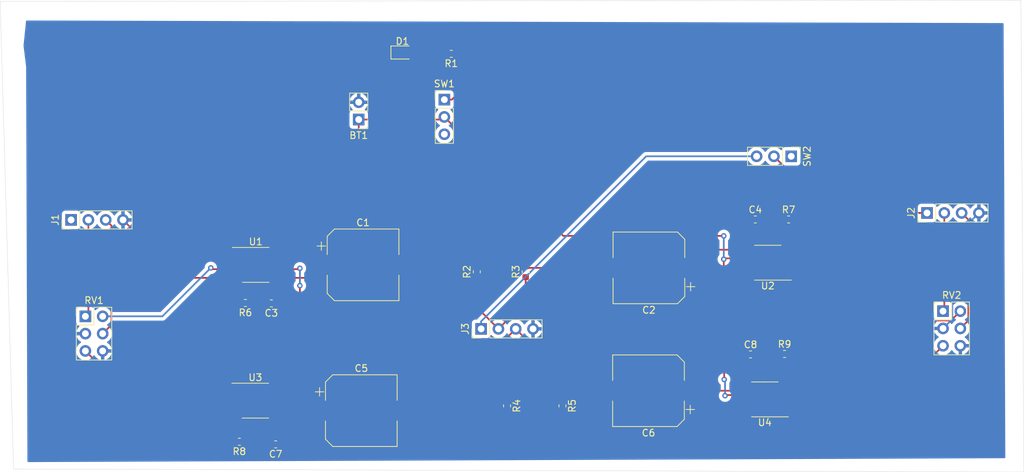
<source format=kicad_pcb>
(kicad_pcb (version 20171130) (host pcbnew "(5.1.2-1)-1")

  (general
    (thickness 1.6)
    (drawings 4)
    (tracks 167)
    (zones 0)
    (modules 30)
    (nets 44)
  )

  (page A4)
  (layers
    (0 F.Cu signal)
    (31 B.Cu signal)
    (32 B.Adhes user)
    (33 F.Adhes user)
    (34 B.Paste user)
    (35 F.Paste user)
    (36 B.SilkS user)
    (37 F.SilkS user)
    (38 B.Mask user)
    (39 F.Mask user)
    (40 Dwgs.User user)
    (41 Cmts.User user)
    (42 Eco1.User user)
    (43 Eco2.User user)
    (44 Edge.Cuts user)
    (45 Margin user)
    (46 B.CrtYd user)
    (47 F.CrtYd user)
    (48 B.Fab user)
    (49 F.Fab user)
  )

  (setup
    (last_trace_width 0.25)
    (trace_clearance 0.2)
    (zone_clearance 0.508)
    (zone_45_only no)
    (trace_min 0.2)
    (via_size 0.8)
    (via_drill 0.4)
    (via_min_size 0.4)
    (via_min_drill 0.3)
    (uvia_size 0.3)
    (uvia_drill 0.1)
    (uvias_allowed no)
    (uvia_min_size 0.2)
    (uvia_min_drill 0.1)
    (edge_width 0.05)
    (segment_width 0.2)
    (pcb_text_width 0.3)
    (pcb_text_size 1.5 1.5)
    (mod_edge_width 0.12)
    (mod_text_size 1 1)
    (mod_text_width 0.15)
    (pad_size 1.524 1.524)
    (pad_drill 0.762)
    (pad_to_mask_clearance 0.051)
    (solder_mask_min_width 0.25)
    (aux_axis_origin 0 0)
    (visible_elements FFFFFF7F)
    (pcbplotparams
      (layerselection 0x010fc_ffffffff)
      (usegerberextensions false)
      (usegerberattributes false)
      (usegerberadvancedattributes false)
      (creategerberjobfile false)
      (excludeedgelayer true)
      (linewidth 0.100000)
      (plotframeref false)
      (viasonmask false)
      (mode 1)
      (useauxorigin false)
      (hpglpennumber 1)
      (hpglpenspeed 20)
      (hpglpendiameter 15.000000)
      (psnegative false)
      (psa4output false)
      (plotreference true)
      (plotvalue true)
      (plotinvisibletext false)
      (padsonsilk false)
      (subtractmaskfromsilk false)
      (outputformat 1)
      (mirror false)
      (drillshape 0)
      (scaleselection 1)
      (outputdirectory ""))
  )

  (net 0 "")
  (net 1 GND)
  (net 2 VCC)
  (net 3 /PS_L_Out)
  (net 4 "Net-(C1-Pad1)")
  (net 5 /Dis_L_Out)
  (net 6 "Net-(C2-Pad1)")
  (net 7 "Net-(C3-Pad2)")
  (net 8 "Net-(C4-Pad2)")
  (net 9 /PS_R_Out)
  (net 10 "Net-(C5-Pad1)")
  (net 11 /Dis_R_Out)
  (net 12 "Net-(C6-Pad1)")
  (net 13 "Net-(C7-Pad2)")
  (net 14 "Net-(C8-Pad2)")
  (net 15 "Net-(D1-Pad2)")
  (net 16 /PS_R)
  (net 17 /PS_L)
  (net 18 "Net-(J1-Pad1)")
  (net 19 /Dis_R)
  (net 20 /Dis_L)
  (net 21 /Dis_Mic)
  (net 22 "Net-(J3-Pad3)")
  (net 23 "Net-(J3-Pad2)")
  (net 24 "Net-(J3-Pad1)")
  (net 25 "Net-(R1-Pad1)")
  (net 26 /PS_R_Adj)
  (net 27 /PS_L_Adj)
  (net 28 /Dis_R_Adj)
  (net 29 /Dis_L_Adj)
  (net 30 "Net-(SW1-Pad3)")
  (net 31 "Net-(SW2-Pad1)")
  (net 32 "Net-(U1-Pad8)")
  (net 33 "Net-(U1-Pad7)")
  (net 34 "Net-(U1-Pad1)")
  (net 35 "Net-(U2-Pad8)")
  (net 36 "Net-(U2-Pad7)")
  (net 37 "Net-(U2-Pad1)")
  (net 38 "Net-(U3-Pad8)")
  (net 39 "Net-(U3-Pad7)")
  (net 40 "Net-(U3-Pad1)")
  (net 41 "Net-(U4-Pad8)")
  (net 42 "Net-(U4-Pad7)")
  (net 43 "Net-(U4-Pad1)")

  (net_class Default "This is the default net class."
    (clearance 0.2)
    (trace_width 0.25)
    (via_dia 0.8)
    (via_drill 0.4)
    (uvia_dia 0.3)
    (uvia_drill 0.1)
    (add_net /Dis_L)
    (add_net /Dis_L_Adj)
    (add_net /Dis_L_Out)
    (add_net /Dis_Mic)
    (add_net /Dis_R)
    (add_net /Dis_R_Adj)
    (add_net /Dis_R_Out)
    (add_net /PS_L)
    (add_net /PS_L_Adj)
    (add_net /PS_L_Out)
    (add_net /PS_R)
    (add_net /PS_R_Adj)
    (add_net /PS_R_Out)
    (add_net GND)
    (add_net "Net-(C1-Pad1)")
    (add_net "Net-(C2-Pad1)")
    (add_net "Net-(C3-Pad2)")
    (add_net "Net-(C4-Pad2)")
    (add_net "Net-(C5-Pad1)")
    (add_net "Net-(C6-Pad1)")
    (add_net "Net-(C7-Pad2)")
    (add_net "Net-(C8-Pad2)")
    (add_net "Net-(D1-Pad2)")
    (add_net "Net-(J1-Pad1)")
    (add_net "Net-(J3-Pad1)")
    (add_net "Net-(J3-Pad2)")
    (add_net "Net-(J3-Pad3)")
    (add_net "Net-(R1-Pad1)")
    (add_net "Net-(SW1-Pad3)")
    (add_net "Net-(SW2-Pad1)")
    (add_net "Net-(U1-Pad1)")
    (add_net "Net-(U1-Pad7)")
    (add_net "Net-(U1-Pad8)")
    (add_net "Net-(U2-Pad1)")
    (add_net "Net-(U2-Pad7)")
    (add_net "Net-(U2-Pad8)")
    (add_net "Net-(U3-Pad1)")
    (add_net "Net-(U3-Pad7)")
    (add_net "Net-(U3-Pad8)")
    (add_net "Net-(U4-Pad1)")
    (add_net "Net-(U4-Pad7)")
    (add_net "Net-(U4-Pad8)")
    (add_net VCC)
  )

  (module Package_SO:SOIC-8_3.9x4.9mm_P1.27mm (layer F.Cu) (tedit 5C97300E) (tstamp 6043DF23)
    (at 149.606 102.2985 180)
    (descr "SOIC, 8 Pin (JEDEC MS-012AA, https://www.analog.com/media/en/package-pcb-resources/package/pkg_pdf/soic_narrow-r/r_8.pdf), generated with kicad-footprint-generator ipc_gullwing_generator.py")
    (tags "SOIC SO")
    (path /6045B7D4)
    (attr smd)
    (fp_text reference U4 (at 0 -3.4) (layer F.SilkS)
      (effects (font (size 1 1) (thickness 0.15)))
    )
    (fp_text value LM386 (at 0 3.4) (layer F.Fab)
      (effects (font (size 1 1) (thickness 0.15)))
    )
    (fp_text user %R (at 0 0) (layer F.Fab)
      (effects (font (size 0.98 0.98) (thickness 0.15)))
    )
    (fp_line (start 3.7 -2.7) (end -3.7 -2.7) (layer F.CrtYd) (width 0.05))
    (fp_line (start 3.7 2.7) (end 3.7 -2.7) (layer F.CrtYd) (width 0.05))
    (fp_line (start -3.7 2.7) (end 3.7 2.7) (layer F.CrtYd) (width 0.05))
    (fp_line (start -3.7 -2.7) (end -3.7 2.7) (layer F.CrtYd) (width 0.05))
    (fp_line (start -1.95 -1.475) (end -0.975 -2.45) (layer F.Fab) (width 0.1))
    (fp_line (start -1.95 2.45) (end -1.95 -1.475) (layer F.Fab) (width 0.1))
    (fp_line (start 1.95 2.45) (end -1.95 2.45) (layer F.Fab) (width 0.1))
    (fp_line (start 1.95 -2.45) (end 1.95 2.45) (layer F.Fab) (width 0.1))
    (fp_line (start -0.975 -2.45) (end 1.95 -2.45) (layer F.Fab) (width 0.1))
    (fp_line (start 0 -2.56) (end -3.45 -2.56) (layer F.SilkS) (width 0.12))
    (fp_line (start 0 -2.56) (end 1.95 -2.56) (layer F.SilkS) (width 0.12))
    (fp_line (start 0 2.56) (end -1.95 2.56) (layer F.SilkS) (width 0.12))
    (fp_line (start 0 2.56) (end 1.95 2.56) (layer F.SilkS) (width 0.12))
    (pad 8 smd roundrect (at 2.475 -1.905 180) (size 1.95 0.6) (layers F.Cu F.Paste F.Mask) (roundrect_rratio 0.25)
      (net 41 "Net-(U4-Pad8)"))
    (pad 7 smd roundrect (at 2.475 -0.635 180) (size 1.95 0.6) (layers F.Cu F.Paste F.Mask) (roundrect_rratio 0.25)
      (net 42 "Net-(U4-Pad7)"))
    (pad 6 smd roundrect (at 2.475 0.635 180) (size 1.95 0.6) (layers F.Cu F.Paste F.Mask) (roundrect_rratio 0.25)
      (net 2 VCC))
    (pad 5 smd roundrect (at 2.475 1.905 180) (size 1.95 0.6) (layers F.Cu F.Paste F.Mask) (roundrect_rratio 0.25)
      (net 12 "Net-(C6-Pad1)"))
    (pad 4 smd roundrect (at -2.475 1.905 180) (size 1.95 0.6) (layers F.Cu F.Paste F.Mask) (roundrect_rratio 0.25)
      (net 1 GND))
    (pad 3 smd roundrect (at -2.475 0.635 180) (size 1.95 0.6) (layers F.Cu F.Paste F.Mask) (roundrect_rratio 0.25)
      (net 28 /Dis_R_Adj))
    (pad 2 smd roundrect (at -2.475 -0.635 180) (size 1.95 0.6) (layers F.Cu F.Paste F.Mask) (roundrect_rratio 0.25)
      (net 1 GND))
    (pad 1 smd roundrect (at -2.475 -1.905 180) (size 1.95 0.6) (layers F.Cu F.Paste F.Mask) (roundrect_rratio 0.25)
      (net 43 "Net-(U4-Pad1)"))
    (model ${KISYS3DMOD}/Package_SO.3dshapes/SOIC-8_3.9x4.9mm_P1.27mm.wrl
      (at (xyz 0 0 0))
      (scale (xyz 1 1 1))
      (rotate (xyz 0 0 0))
    )
  )

  (module Package_SO:SOIC-8_3.9x4.9mm_P1.27mm (layer F.Cu) (tedit 5C97300E) (tstamp 6043DF09)
    (at 74.803 102.489)
    (descr "SOIC, 8 Pin (JEDEC MS-012AA, https://www.analog.com/media/en/package-pcb-resources/package/pkg_pdf/soic_narrow-r/r_8.pdf), generated with kicad-footprint-generator ipc_gullwing_generator.py")
    (tags "SOIC SO")
    (path /60456C57)
    (attr smd)
    (fp_text reference U3 (at 0 -3.4) (layer F.SilkS)
      (effects (font (size 1 1) (thickness 0.15)))
    )
    (fp_text value LM386 (at 0 3.4) (layer F.Fab)
      (effects (font (size 1 1) (thickness 0.15)))
    )
    (fp_text user %R (at 0 0) (layer F.Fab)
      (effects (font (size 0.98 0.98) (thickness 0.15)))
    )
    (fp_line (start 3.7 -2.7) (end -3.7 -2.7) (layer F.CrtYd) (width 0.05))
    (fp_line (start 3.7 2.7) (end 3.7 -2.7) (layer F.CrtYd) (width 0.05))
    (fp_line (start -3.7 2.7) (end 3.7 2.7) (layer F.CrtYd) (width 0.05))
    (fp_line (start -3.7 -2.7) (end -3.7 2.7) (layer F.CrtYd) (width 0.05))
    (fp_line (start -1.95 -1.475) (end -0.975 -2.45) (layer F.Fab) (width 0.1))
    (fp_line (start -1.95 2.45) (end -1.95 -1.475) (layer F.Fab) (width 0.1))
    (fp_line (start 1.95 2.45) (end -1.95 2.45) (layer F.Fab) (width 0.1))
    (fp_line (start 1.95 -2.45) (end 1.95 2.45) (layer F.Fab) (width 0.1))
    (fp_line (start -0.975 -2.45) (end 1.95 -2.45) (layer F.Fab) (width 0.1))
    (fp_line (start 0 -2.56) (end -3.45 -2.56) (layer F.SilkS) (width 0.12))
    (fp_line (start 0 -2.56) (end 1.95 -2.56) (layer F.SilkS) (width 0.12))
    (fp_line (start 0 2.56) (end -1.95 2.56) (layer F.SilkS) (width 0.12))
    (fp_line (start 0 2.56) (end 1.95 2.56) (layer F.SilkS) (width 0.12))
    (pad 8 smd roundrect (at 2.475 -1.905) (size 1.95 0.6) (layers F.Cu F.Paste F.Mask) (roundrect_rratio 0.25)
      (net 38 "Net-(U3-Pad8)"))
    (pad 7 smd roundrect (at 2.475 -0.635) (size 1.95 0.6) (layers F.Cu F.Paste F.Mask) (roundrect_rratio 0.25)
      (net 39 "Net-(U3-Pad7)"))
    (pad 6 smd roundrect (at 2.475 0.635) (size 1.95 0.6) (layers F.Cu F.Paste F.Mask) (roundrect_rratio 0.25)
      (net 2 VCC))
    (pad 5 smd roundrect (at 2.475 1.905) (size 1.95 0.6) (layers F.Cu F.Paste F.Mask) (roundrect_rratio 0.25)
      (net 10 "Net-(C5-Pad1)"))
    (pad 4 smd roundrect (at -2.475 1.905) (size 1.95 0.6) (layers F.Cu F.Paste F.Mask) (roundrect_rratio 0.25)
      (net 1 GND))
    (pad 3 smd roundrect (at -2.475 0.635) (size 1.95 0.6) (layers F.Cu F.Paste F.Mask) (roundrect_rratio 0.25)
      (net 26 /PS_R_Adj))
    (pad 2 smd roundrect (at -2.475 -0.635) (size 1.95 0.6) (layers F.Cu F.Paste F.Mask) (roundrect_rratio 0.25)
      (net 1 GND))
    (pad 1 smd roundrect (at -2.475 -1.905) (size 1.95 0.6) (layers F.Cu F.Paste F.Mask) (roundrect_rratio 0.25)
      (net 40 "Net-(U3-Pad1)"))
    (model ${KISYS3DMOD}/Package_SO.3dshapes/SOIC-8_3.9x4.9mm_P1.27mm.wrl
      (at (xyz 0 0 0))
      (scale (xyz 1 1 1))
      (rotate (xyz 0 0 0))
    )
  )

  (module Package_SO:SOIC-8_3.9x4.9mm_P1.27mm (layer F.Cu) (tedit 5C97300E) (tstamp 6043DEEF)
    (at 150.0505 82.2325 180)
    (descr "SOIC, 8 Pin (JEDEC MS-012AA, https://www.analog.com/media/en/package-pcb-resources/package/pkg_pdf/soic_narrow-r/r_8.pdf), generated with kicad-footprint-generator ipc_gullwing_generator.py")
    (tags "SOIC SO")
    (path /604591F0)
    (attr smd)
    (fp_text reference U2 (at 0 -3.4) (layer F.SilkS)
      (effects (font (size 1 1) (thickness 0.15)))
    )
    (fp_text value LM386 (at 0 3.4) (layer F.Fab)
      (effects (font (size 1 1) (thickness 0.15)))
    )
    (fp_text user %R (at 0 0) (layer F.Fab)
      (effects (font (size 0.98 0.98) (thickness 0.15)))
    )
    (fp_line (start 3.7 -2.7) (end -3.7 -2.7) (layer F.CrtYd) (width 0.05))
    (fp_line (start 3.7 2.7) (end 3.7 -2.7) (layer F.CrtYd) (width 0.05))
    (fp_line (start -3.7 2.7) (end 3.7 2.7) (layer F.CrtYd) (width 0.05))
    (fp_line (start -3.7 -2.7) (end -3.7 2.7) (layer F.CrtYd) (width 0.05))
    (fp_line (start -1.95 -1.475) (end -0.975 -2.45) (layer F.Fab) (width 0.1))
    (fp_line (start -1.95 2.45) (end -1.95 -1.475) (layer F.Fab) (width 0.1))
    (fp_line (start 1.95 2.45) (end -1.95 2.45) (layer F.Fab) (width 0.1))
    (fp_line (start 1.95 -2.45) (end 1.95 2.45) (layer F.Fab) (width 0.1))
    (fp_line (start -0.975 -2.45) (end 1.95 -2.45) (layer F.Fab) (width 0.1))
    (fp_line (start 0 -2.56) (end -3.45 -2.56) (layer F.SilkS) (width 0.12))
    (fp_line (start 0 -2.56) (end 1.95 -2.56) (layer F.SilkS) (width 0.12))
    (fp_line (start 0 2.56) (end -1.95 2.56) (layer F.SilkS) (width 0.12))
    (fp_line (start 0 2.56) (end 1.95 2.56) (layer F.SilkS) (width 0.12))
    (pad 8 smd roundrect (at 2.475 -1.905 180) (size 1.95 0.6) (layers F.Cu F.Paste F.Mask) (roundrect_rratio 0.25)
      (net 35 "Net-(U2-Pad8)"))
    (pad 7 smd roundrect (at 2.475 -0.635 180) (size 1.95 0.6) (layers F.Cu F.Paste F.Mask) (roundrect_rratio 0.25)
      (net 36 "Net-(U2-Pad7)"))
    (pad 6 smd roundrect (at 2.475 0.635 180) (size 1.95 0.6) (layers F.Cu F.Paste F.Mask) (roundrect_rratio 0.25)
      (net 2 VCC))
    (pad 5 smd roundrect (at 2.475 1.905 180) (size 1.95 0.6) (layers F.Cu F.Paste F.Mask) (roundrect_rratio 0.25)
      (net 6 "Net-(C2-Pad1)"))
    (pad 4 smd roundrect (at -2.475 1.905 180) (size 1.95 0.6) (layers F.Cu F.Paste F.Mask) (roundrect_rratio 0.25)
      (net 1 GND))
    (pad 3 smd roundrect (at -2.475 0.635 180) (size 1.95 0.6) (layers F.Cu F.Paste F.Mask) (roundrect_rratio 0.25)
      (net 29 /Dis_L_Adj))
    (pad 2 smd roundrect (at -2.475 -0.635 180) (size 1.95 0.6) (layers F.Cu F.Paste F.Mask) (roundrect_rratio 0.25)
      (net 1 GND))
    (pad 1 smd roundrect (at -2.475 -1.905 180) (size 1.95 0.6) (layers F.Cu F.Paste F.Mask) (roundrect_rratio 0.25)
      (net 37 "Net-(U2-Pad1)"))
    (model ${KISYS3DMOD}/Package_SO.3dshapes/SOIC-8_3.9x4.9mm_P1.27mm.wrl
      (at (xyz 0 0 0))
      (scale (xyz 1 1 1))
      (rotate (xyz 0 0 0))
    )
  )

  (module Package_SO:SOIC-8_3.9x4.9mm_P1.27mm (layer F.Cu) (tedit 5C97300E) (tstamp 6043DED5)
    (at 74.8665 82.55)
    (descr "SOIC, 8 Pin (JEDEC MS-012AA, https://www.analog.com/media/en/package-pcb-resources/package/pkg_pdf/soic_narrow-r/r_8.pdf), generated with kicad-footprint-generator ipc_gullwing_generator.py")
    (tags "SOIC SO")
    (path /6043EC22)
    (attr smd)
    (fp_text reference U1 (at 0 -3.4) (layer F.SilkS)
      (effects (font (size 1 1) (thickness 0.15)))
    )
    (fp_text value LM386 (at 0 3.4) (layer F.Fab)
      (effects (font (size 1 1) (thickness 0.15)))
    )
    (fp_text user %R (at 0 0) (layer F.Fab)
      (effects (font (size 0.98 0.98) (thickness 0.15)))
    )
    (fp_line (start 3.7 -2.7) (end -3.7 -2.7) (layer F.CrtYd) (width 0.05))
    (fp_line (start 3.7 2.7) (end 3.7 -2.7) (layer F.CrtYd) (width 0.05))
    (fp_line (start -3.7 2.7) (end 3.7 2.7) (layer F.CrtYd) (width 0.05))
    (fp_line (start -3.7 -2.7) (end -3.7 2.7) (layer F.CrtYd) (width 0.05))
    (fp_line (start -1.95 -1.475) (end -0.975 -2.45) (layer F.Fab) (width 0.1))
    (fp_line (start -1.95 2.45) (end -1.95 -1.475) (layer F.Fab) (width 0.1))
    (fp_line (start 1.95 2.45) (end -1.95 2.45) (layer F.Fab) (width 0.1))
    (fp_line (start 1.95 -2.45) (end 1.95 2.45) (layer F.Fab) (width 0.1))
    (fp_line (start -0.975 -2.45) (end 1.95 -2.45) (layer F.Fab) (width 0.1))
    (fp_line (start 0 -2.56) (end -3.45 -2.56) (layer F.SilkS) (width 0.12))
    (fp_line (start 0 -2.56) (end 1.95 -2.56) (layer F.SilkS) (width 0.12))
    (fp_line (start 0 2.56) (end -1.95 2.56) (layer F.SilkS) (width 0.12))
    (fp_line (start 0 2.56) (end 1.95 2.56) (layer F.SilkS) (width 0.12))
    (pad 8 smd roundrect (at 2.475 -1.905) (size 1.95 0.6) (layers F.Cu F.Paste F.Mask) (roundrect_rratio 0.25)
      (net 32 "Net-(U1-Pad8)"))
    (pad 7 smd roundrect (at 2.475 -0.635) (size 1.95 0.6) (layers F.Cu F.Paste F.Mask) (roundrect_rratio 0.25)
      (net 33 "Net-(U1-Pad7)"))
    (pad 6 smd roundrect (at 2.475 0.635) (size 1.95 0.6) (layers F.Cu F.Paste F.Mask) (roundrect_rratio 0.25)
      (net 2 VCC))
    (pad 5 smd roundrect (at 2.475 1.905) (size 1.95 0.6) (layers F.Cu F.Paste F.Mask) (roundrect_rratio 0.25)
      (net 4 "Net-(C1-Pad1)"))
    (pad 4 smd roundrect (at -2.475 1.905) (size 1.95 0.6) (layers F.Cu F.Paste F.Mask) (roundrect_rratio 0.25)
      (net 1 GND))
    (pad 3 smd roundrect (at -2.475 0.635) (size 1.95 0.6) (layers F.Cu F.Paste F.Mask) (roundrect_rratio 0.25)
      (net 27 /PS_L_Adj))
    (pad 2 smd roundrect (at -2.475 -0.635) (size 1.95 0.6) (layers F.Cu F.Paste F.Mask) (roundrect_rratio 0.25)
      (net 1 GND))
    (pad 1 smd roundrect (at -2.475 -1.905) (size 1.95 0.6) (layers F.Cu F.Paste F.Mask) (roundrect_rratio 0.25)
      (net 34 "Net-(U1-Pad1)"))
    (model ${KISYS3DMOD}/Package_SO.3dshapes/SOIC-8_3.9x4.9mm_P1.27mm.wrl
      (at (xyz 0 0 0))
      (scale (xyz 1 1 1))
      (rotate (xyz 0 0 0))
    )
  )

  (module Connector_PinHeader_2.54mm:PinHeader_1x03_P2.54mm_Vertical (layer F.Cu) (tedit 59FED5CC) (tstamp 6043DEBB)
    (at 153.4795 66.6115 270)
    (descr "Through hole straight pin header, 1x03, 2.54mm pitch, single row")
    (tags "Through hole pin header THT 1x03 2.54mm single row")
    (path /60486CB6)
    (fp_text reference SW2 (at 0 -2.33 90) (layer F.SilkS)
      (effects (font (size 1 1) (thickness 0.15)))
    )
    (fp_text value Mute (at 0 7.41 90) (layer F.Fab)
      (effects (font (size 1 1) (thickness 0.15)))
    )
    (fp_text user %R (at 0 2.54) (layer F.Fab)
      (effects (font (size 1 1) (thickness 0.15)))
    )
    (fp_line (start 1.8 -1.8) (end -1.8 -1.8) (layer F.CrtYd) (width 0.05))
    (fp_line (start 1.8 6.85) (end 1.8 -1.8) (layer F.CrtYd) (width 0.05))
    (fp_line (start -1.8 6.85) (end 1.8 6.85) (layer F.CrtYd) (width 0.05))
    (fp_line (start -1.8 -1.8) (end -1.8 6.85) (layer F.CrtYd) (width 0.05))
    (fp_line (start -1.33 -1.33) (end 0 -1.33) (layer F.SilkS) (width 0.12))
    (fp_line (start -1.33 0) (end -1.33 -1.33) (layer F.SilkS) (width 0.12))
    (fp_line (start -1.33 1.27) (end 1.33 1.27) (layer F.SilkS) (width 0.12))
    (fp_line (start 1.33 1.27) (end 1.33 6.41) (layer F.SilkS) (width 0.12))
    (fp_line (start -1.33 1.27) (end -1.33 6.41) (layer F.SilkS) (width 0.12))
    (fp_line (start -1.33 6.41) (end 1.33 6.41) (layer F.SilkS) (width 0.12))
    (fp_line (start -1.27 -0.635) (end -0.635 -1.27) (layer F.Fab) (width 0.1))
    (fp_line (start -1.27 6.35) (end -1.27 -0.635) (layer F.Fab) (width 0.1))
    (fp_line (start 1.27 6.35) (end -1.27 6.35) (layer F.Fab) (width 0.1))
    (fp_line (start 1.27 -1.27) (end 1.27 6.35) (layer F.Fab) (width 0.1))
    (fp_line (start -0.635 -1.27) (end 1.27 -1.27) (layer F.Fab) (width 0.1))
    (pad 3 thru_hole oval (at 0 5.08 270) (size 1.7 1.7) (drill 1) (layers *.Cu *.Mask)
      (net 24 "Net-(J3-Pad1)"))
    (pad 2 thru_hole oval (at 0 2.54 270) (size 1.7 1.7) (drill 1) (layers *.Cu *.Mask)
      (net 21 /Dis_Mic))
    (pad 1 thru_hole rect (at 0 0 270) (size 1.7 1.7) (drill 1) (layers *.Cu *.Mask)
      (net 31 "Net-(SW2-Pad1)"))
    (model ${KISYS3DMOD}/Connector_PinHeader_2.54mm.3dshapes/PinHeader_1x03_P2.54mm_Vertical.wrl
      (at (xyz 0 0 0))
      (scale (xyz 1 1 1))
      (rotate (xyz 0 0 0))
    )
  )

  (module Connector_PinHeader_2.54mm:PinHeader_1x03_P2.54mm_Vertical (layer F.Cu) (tedit 59FED5CC) (tstamp 6043DEA4)
    (at 102.5525 58.293)
    (descr "Through hole straight pin header, 1x03, 2.54mm pitch, single row")
    (tags "Through hole pin header THT 1x03 2.54mm single row")
    (path /6048E80E)
    (fp_text reference SW1 (at 0 -2.33) (layer F.SilkS)
      (effects (font (size 1 1) (thickness 0.15)))
    )
    (fp_text value Power (at 0 7.41) (layer F.Fab)
      (effects (font (size 1 1) (thickness 0.15)))
    )
    (fp_text user %R (at 0 2.54 90) (layer F.Fab)
      (effects (font (size 1 1) (thickness 0.15)))
    )
    (fp_line (start 1.8 -1.8) (end -1.8 -1.8) (layer F.CrtYd) (width 0.05))
    (fp_line (start 1.8 6.85) (end 1.8 -1.8) (layer F.CrtYd) (width 0.05))
    (fp_line (start -1.8 6.85) (end 1.8 6.85) (layer F.CrtYd) (width 0.05))
    (fp_line (start -1.8 -1.8) (end -1.8 6.85) (layer F.CrtYd) (width 0.05))
    (fp_line (start -1.33 -1.33) (end 0 -1.33) (layer F.SilkS) (width 0.12))
    (fp_line (start -1.33 0) (end -1.33 -1.33) (layer F.SilkS) (width 0.12))
    (fp_line (start -1.33 1.27) (end 1.33 1.27) (layer F.SilkS) (width 0.12))
    (fp_line (start 1.33 1.27) (end 1.33 6.41) (layer F.SilkS) (width 0.12))
    (fp_line (start -1.33 1.27) (end -1.33 6.41) (layer F.SilkS) (width 0.12))
    (fp_line (start -1.33 6.41) (end 1.33 6.41) (layer F.SilkS) (width 0.12))
    (fp_line (start -1.27 -0.635) (end -0.635 -1.27) (layer F.Fab) (width 0.1))
    (fp_line (start -1.27 6.35) (end -1.27 -0.635) (layer F.Fab) (width 0.1))
    (fp_line (start 1.27 6.35) (end -1.27 6.35) (layer F.Fab) (width 0.1))
    (fp_line (start 1.27 -1.27) (end 1.27 6.35) (layer F.Fab) (width 0.1))
    (fp_line (start -0.635 -1.27) (end 1.27 -1.27) (layer F.Fab) (width 0.1))
    (pad 3 thru_hole oval (at 0 5.08) (size 1.7 1.7) (drill 1) (layers *.Cu *.Mask)
      (net 30 "Net-(SW1-Pad3)"))
    (pad 2 thru_hole oval (at 0 2.54) (size 1.7 1.7) (drill 1) (layers *.Cu *.Mask)
      (net 2 VCC))
    (pad 1 thru_hole rect (at 0 0) (size 1.7 1.7) (drill 1) (layers *.Cu *.Mask)
      (net 25 "Net-(R1-Pad1)"))
    (model ${KISYS3DMOD}/Connector_PinHeader_2.54mm.3dshapes/PinHeader_1x03_P2.54mm_Vertical.wrl
      (at (xyz 0 0 0))
      (scale (xyz 1 1 1))
      (rotate (xyz 0 0 0))
    )
  )

  (module Connector_PinHeader_2.54mm:PinHeader_2x03_P2.54mm_Vertical (layer F.Cu) (tedit 59FED5CC) (tstamp 6043DE8D)
    (at 175.768 89.3445)
    (descr "Through hole straight pin header, 2x03, 2.54mm pitch, double rows")
    (tags "Through hole pin header THT 2x03 2.54mm double row")
    (path /6043DD0B)
    (fp_text reference RV2 (at 1.27 -2.33) (layer F.SilkS)
      (effects (font (size 1 1) (thickness 0.15)))
    )
    (fp_text value 10K (at 1.27 7.41) (layer F.Fab)
      (effects (font (size 1 1) (thickness 0.15)))
    )
    (fp_text user %R (at 1.27 2.54 90) (layer F.Fab)
      (effects (font (size 1 1) (thickness 0.15)))
    )
    (fp_line (start 4.35 -1.8) (end -1.8 -1.8) (layer F.CrtYd) (width 0.05))
    (fp_line (start 4.35 6.85) (end 4.35 -1.8) (layer F.CrtYd) (width 0.05))
    (fp_line (start -1.8 6.85) (end 4.35 6.85) (layer F.CrtYd) (width 0.05))
    (fp_line (start -1.8 -1.8) (end -1.8 6.85) (layer F.CrtYd) (width 0.05))
    (fp_line (start -1.33 -1.33) (end 0 -1.33) (layer F.SilkS) (width 0.12))
    (fp_line (start -1.33 0) (end -1.33 -1.33) (layer F.SilkS) (width 0.12))
    (fp_line (start 1.27 -1.33) (end 3.87 -1.33) (layer F.SilkS) (width 0.12))
    (fp_line (start 1.27 1.27) (end 1.27 -1.33) (layer F.SilkS) (width 0.12))
    (fp_line (start -1.33 1.27) (end 1.27 1.27) (layer F.SilkS) (width 0.12))
    (fp_line (start 3.87 -1.33) (end 3.87 6.41) (layer F.SilkS) (width 0.12))
    (fp_line (start -1.33 1.27) (end -1.33 6.41) (layer F.SilkS) (width 0.12))
    (fp_line (start -1.33 6.41) (end 3.87 6.41) (layer F.SilkS) (width 0.12))
    (fp_line (start -1.27 0) (end 0 -1.27) (layer F.Fab) (width 0.1))
    (fp_line (start -1.27 6.35) (end -1.27 0) (layer F.Fab) (width 0.1))
    (fp_line (start 3.81 6.35) (end -1.27 6.35) (layer F.Fab) (width 0.1))
    (fp_line (start 3.81 -1.27) (end 3.81 6.35) (layer F.Fab) (width 0.1))
    (fp_line (start 0 -1.27) (end 3.81 -1.27) (layer F.Fab) (width 0.1))
    (pad 6 thru_hole oval (at 2.54 5.08) (size 1.7 1.7) (drill 1) (layers *.Cu *.Mask)
      (net 1 GND))
    (pad 5 thru_hole oval (at 0 5.08) (size 1.7 1.7) (drill 1) (layers *.Cu *.Mask)
      (net 28 /Dis_R_Adj))
    (pad 4 thru_hole oval (at 2.54 2.54) (size 1.7 1.7) (drill 1) (layers *.Cu *.Mask)
      (net 19 /Dis_R))
    (pad 3 thru_hole oval (at 0 2.54) (size 1.7 1.7) (drill 1) (layers *.Cu *.Mask)
      (net 1 GND))
    (pad 2 thru_hole oval (at 2.54 0) (size 1.7 1.7) (drill 1) (layers *.Cu *.Mask)
      (net 29 /Dis_L_Adj))
    (pad 1 thru_hole rect (at 0 0) (size 1.7 1.7) (drill 1) (layers *.Cu *.Mask)
      (net 20 /Dis_L))
    (model ${KISYS3DMOD}/Connector_PinHeader_2.54mm.3dshapes/PinHeader_2x03_P2.54mm_Vertical.wrl
      (at (xyz 0 0 0))
      (scale (xyz 1 1 1))
      (rotate (xyz 0 0 0))
    )
  )

  (module Connector_PinHeader_2.54mm:PinHeader_2x03_P2.54mm_Vertical (layer F.Cu) (tedit 59FED5CC) (tstamp 6043DE71)
    (at 49.8475 90.1065)
    (descr "Through hole straight pin header, 2x03, 2.54mm pitch, double rows")
    (tags "Through hole pin header THT 2x03 2.54mm double row")
    (path /6043A28B)
    (fp_text reference RV1 (at 1.27 -2.33) (layer F.SilkS)
      (effects (font (size 1 1) (thickness 0.15)))
    )
    (fp_text value 10K (at 1.27 7.41) (layer F.Fab)
      (effects (font (size 1 1) (thickness 0.15)))
    )
    (fp_text user %R (at 1.27 2.54 90) (layer F.Fab)
      (effects (font (size 1 1) (thickness 0.15)))
    )
    (fp_line (start 4.35 -1.8) (end -1.8 -1.8) (layer F.CrtYd) (width 0.05))
    (fp_line (start 4.35 6.85) (end 4.35 -1.8) (layer F.CrtYd) (width 0.05))
    (fp_line (start -1.8 6.85) (end 4.35 6.85) (layer F.CrtYd) (width 0.05))
    (fp_line (start -1.8 -1.8) (end -1.8 6.85) (layer F.CrtYd) (width 0.05))
    (fp_line (start -1.33 -1.33) (end 0 -1.33) (layer F.SilkS) (width 0.12))
    (fp_line (start -1.33 0) (end -1.33 -1.33) (layer F.SilkS) (width 0.12))
    (fp_line (start 1.27 -1.33) (end 3.87 -1.33) (layer F.SilkS) (width 0.12))
    (fp_line (start 1.27 1.27) (end 1.27 -1.33) (layer F.SilkS) (width 0.12))
    (fp_line (start -1.33 1.27) (end 1.27 1.27) (layer F.SilkS) (width 0.12))
    (fp_line (start 3.87 -1.33) (end 3.87 6.41) (layer F.SilkS) (width 0.12))
    (fp_line (start -1.33 1.27) (end -1.33 6.41) (layer F.SilkS) (width 0.12))
    (fp_line (start -1.33 6.41) (end 3.87 6.41) (layer F.SilkS) (width 0.12))
    (fp_line (start -1.27 0) (end 0 -1.27) (layer F.Fab) (width 0.1))
    (fp_line (start -1.27 6.35) (end -1.27 0) (layer F.Fab) (width 0.1))
    (fp_line (start 3.81 6.35) (end -1.27 6.35) (layer F.Fab) (width 0.1))
    (fp_line (start 3.81 -1.27) (end 3.81 6.35) (layer F.Fab) (width 0.1))
    (fp_line (start 0 -1.27) (end 3.81 -1.27) (layer F.Fab) (width 0.1))
    (pad 6 thru_hole oval (at 2.54 5.08) (size 1.7 1.7) (drill 1) (layers *.Cu *.Mask)
      (net 1 GND))
    (pad 5 thru_hole oval (at 0 5.08) (size 1.7 1.7) (drill 1) (layers *.Cu *.Mask)
      (net 26 /PS_R_Adj))
    (pad 4 thru_hole oval (at 2.54 2.54) (size 1.7 1.7) (drill 1) (layers *.Cu *.Mask)
      (net 16 /PS_R))
    (pad 3 thru_hole oval (at 0 2.54) (size 1.7 1.7) (drill 1) (layers *.Cu *.Mask)
      (net 1 GND))
    (pad 2 thru_hole oval (at 2.54 0) (size 1.7 1.7) (drill 1) (layers *.Cu *.Mask)
      (net 27 /PS_L_Adj))
    (pad 1 thru_hole rect (at 0 0) (size 1.7 1.7) (drill 1) (layers *.Cu *.Mask)
      (net 17 /PS_L))
    (model ${KISYS3DMOD}/Connector_PinHeader_2.54mm.3dshapes/PinHeader_2x03_P2.54mm_Vertical.wrl
      (at (xyz 0 0 0))
      (scale (xyz 1 1 1))
      (rotate (xyz 0 0 0))
    )
  )

  (module Resistor_SMD:R_0603_1608Metric (layer F.Cu) (tedit 5B301BBD) (tstamp 6043DE55)
    (at 152.5015 95.631)
    (descr "Resistor SMD 0603 (1608 Metric), square (rectangular) end terminal, IPC_7351 nominal, (Body size source: http://www.tortai-tech.com/upload/download/2011102023233369053.pdf), generated with kicad-footprint-generator")
    (tags resistor)
    (path /6045B7E0)
    (attr smd)
    (fp_text reference R9 (at 0 -1.43) (layer F.SilkS)
      (effects (font (size 1 1) (thickness 0.15)))
    )
    (fp_text value 10 (at 0 1.43) (layer F.Fab)
      (effects (font (size 1 1) (thickness 0.15)))
    )
    (fp_text user %R (at 0 0) (layer F.Fab)
      (effects (font (size 0.4 0.4) (thickness 0.06)))
    )
    (fp_line (start 1.48 0.73) (end -1.48 0.73) (layer F.CrtYd) (width 0.05))
    (fp_line (start 1.48 -0.73) (end 1.48 0.73) (layer F.CrtYd) (width 0.05))
    (fp_line (start -1.48 -0.73) (end 1.48 -0.73) (layer F.CrtYd) (width 0.05))
    (fp_line (start -1.48 0.73) (end -1.48 -0.73) (layer F.CrtYd) (width 0.05))
    (fp_line (start -0.162779 0.51) (end 0.162779 0.51) (layer F.SilkS) (width 0.12))
    (fp_line (start -0.162779 -0.51) (end 0.162779 -0.51) (layer F.SilkS) (width 0.12))
    (fp_line (start 0.8 0.4) (end -0.8 0.4) (layer F.Fab) (width 0.1))
    (fp_line (start 0.8 -0.4) (end 0.8 0.4) (layer F.Fab) (width 0.1))
    (fp_line (start -0.8 -0.4) (end 0.8 -0.4) (layer F.Fab) (width 0.1))
    (fp_line (start -0.8 0.4) (end -0.8 -0.4) (layer F.Fab) (width 0.1))
    (pad 2 smd roundrect (at 0.7875 0) (size 0.875 0.95) (layers F.Cu F.Paste F.Mask) (roundrect_rratio 0.25)
      (net 1 GND))
    (pad 1 smd roundrect (at -0.7875 0) (size 0.875 0.95) (layers F.Cu F.Paste F.Mask) (roundrect_rratio 0.25)
      (net 14 "Net-(C8-Pad2)"))
    (model ${KISYS3DMOD}/Resistor_SMD.3dshapes/R_0603_1608Metric.wrl
      (at (xyz 0 0 0))
      (scale (xyz 1 1 1))
      (rotate (xyz 0 0 0))
    )
  )

  (module Resistor_SMD:R_0603_1608Metric (layer F.Cu) (tedit 5B301BBD) (tstamp 6043DE44)
    (at 72.4535 108.5215 180)
    (descr "Resistor SMD 0603 (1608 Metric), square (rectangular) end terminal, IPC_7351 nominal, (Body size source: http://www.tortai-tech.com/upload/download/2011102023233369053.pdf), generated with kicad-footprint-generator")
    (tags resistor)
    (path /60456C63)
    (attr smd)
    (fp_text reference R8 (at 0 -1.43) (layer F.SilkS)
      (effects (font (size 1 1) (thickness 0.15)))
    )
    (fp_text value 10 (at 0 1.43) (layer F.Fab)
      (effects (font (size 1 1) (thickness 0.15)))
    )
    (fp_text user %R (at 0 0) (layer F.Fab)
      (effects (font (size 0.4 0.4) (thickness 0.06)))
    )
    (fp_line (start 1.48 0.73) (end -1.48 0.73) (layer F.CrtYd) (width 0.05))
    (fp_line (start 1.48 -0.73) (end 1.48 0.73) (layer F.CrtYd) (width 0.05))
    (fp_line (start -1.48 -0.73) (end 1.48 -0.73) (layer F.CrtYd) (width 0.05))
    (fp_line (start -1.48 0.73) (end -1.48 -0.73) (layer F.CrtYd) (width 0.05))
    (fp_line (start -0.162779 0.51) (end 0.162779 0.51) (layer F.SilkS) (width 0.12))
    (fp_line (start -0.162779 -0.51) (end 0.162779 -0.51) (layer F.SilkS) (width 0.12))
    (fp_line (start 0.8 0.4) (end -0.8 0.4) (layer F.Fab) (width 0.1))
    (fp_line (start 0.8 -0.4) (end 0.8 0.4) (layer F.Fab) (width 0.1))
    (fp_line (start -0.8 -0.4) (end 0.8 -0.4) (layer F.Fab) (width 0.1))
    (fp_line (start -0.8 0.4) (end -0.8 -0.4) (layer F.Fab) (width 0.1))
    (pad 2 smd roundrect (at 0.7875 0 180) (size 0.875 0.95) (layers F.Cu F.Paste F.Mask) (roundrect_rratio 0.25)
      (net 1 GND))
    (pad 1 smd roundrect (at -0.7875 0 180) (size 0.875 0.95) (layers F.Cu F.Paste F.Mask) (roundrect_rratio 0.25)
      (net 13 "Net-(C7-Pad2)"))
    (model ${KISYS3DMOD}/Resistor_SMD.3dshapes/R_0603_1608Metric.wrl
      (at (xyz 0 0 0))
      (scale (xyz 1 1 1))
      (rotate (xyz 0 0 0))
    )
  )

  (module Resistor_SMD:R_0603_1608Metric (layer F.Cu) (tedit 5B301BBD) (tstamp 6043FACD)
    (at 153.0985 75.8825)
    (descr "Resistor SMD 0603 (1608 Metric), square (rectangular) end terminal, IPC_7351 nominal, (Body size source: http://www.tortai-tech.com/upload/download/2011102023233369053.pdf), generated with kicad-footprint-generator")
    (tags resistor)
    (path /604591FC)
    (attr smd)
    (fp_text reference R7 (at 0 -1.43) (layer F.SilkS)
      (effects (font (size 1 1) (thickness 0.15)))
    )
    (fp_text value 10 (at 0 1.43) (layer F.Fab)
      (effects (font (size 1 1) (thickness 0.15)))
    )
    (fp_text user %R (at 0 0) (layer F.Fab)
      (effects (font (size 0.4 0.4) (thickness 0.06)))
    )
    (fp_line (start 1.48 0.73) (end -1.48 0.73) (layer F.CrtYd) (width 0.05))
    (fp_line (start 1.48 -0.73) (end 1.48 0.73) (layer F.CrtYd) (width 0.05))
    (fp_line (start -1.48 -0.73) (end 1.48 -0.73) (layer F.CrtYd) (width 0.05))
    (fp_line (start -1.48 0.73) (end -1.48 -0.73) (layer F.CrtYd) (width 0.05))
    (fp_line (start -0.162779 0.51) (end 0.162779 0.51) (layer F.SilkS) (width 0.12))
    (fp_line (start -0.162779 -0.51) (end 0.162779 -0.51) (layer F.SilkS) (width 0.12))
    (fp_line (start 0.8 0.4) (end -0.8 0.4) (layer F.Fab) (width 0.1))
    (fp_line (start 0.8 -0.4) (end 0.8 0.4) (layer F.Fab) (width 0.1))
    (fp_line (start -0.8 -0.4) (end 0.8 -0.4) (layer F.Fab) (width 0.1))
    (fp_line (start -0.8 0.4) (end -0.8 -0.4) (layer F.Fab) (width 0.1))
    (pad 2 smd roundrect (at 0.7875 0) (size 0.875 0.95) (layers F.Cu F.Paste F.Mask) (roundrect_rratio 0.25)
      (net 1 GND))
    (pad 1 smd roundrect (at -0.7875 0) (size 0.875 0.95) (layers F.Cu F.Paste F.Mask) (roundrect_rratio 0.25)
      (net 8 "Net-(C4-Pad2)"))
    (model ${KISYS3DMOD}/Resistor_SMD.3dshapes/R_0603_1608Metric.wrl
      (at (xyz 0 0 0))
      (scale (xyz 1 1 1))
      (rotate (xyz 0 0 0))
    )
  )

  (module Resistor_SMD:R_0603_1608Metric (layer F.Cu) (tedit 5B301BBD) (tstamp 6043DE22)
    (at 73.3425 88.138 180)
    (descr "Resistor SMD 0603 (1608 Metric), square (rectangular) end terminal, IPC_7351 nominal, (Body size source: http://www.tortai-tech.com/upload/download/2011102023233369053.pdf), generated with kicad-footprint-generator")
    (tags resistor)
    (path /6044AC57)
    (attr smd)
    (fp_text reference R6 (at 0 -1.43) (layer F.SilkS)
      (effects (font (size 1 1) (thickness 0.15)))
    )
    (fp_text value 10 (at 0 1.43) (layer F.Fab)
      (effects (font (size 1 1) (thickness 0.15)))
    )
    (fp_text user %R (at 0 0) (layer F.Fab)
      (effects (font (size 0.4 0.4) (thickness 0.06)))
    )
    (fp_line (start 1.48 0.73) (end -1.48 0.73) (layer F.CrtYd) (width 0.05))
    (fp_line (start 1.48 -0.73) (end 1.48 0.73) (layer F.CrtYd) (width 0.05))
    (fp_line (start -1.48 -0.73) (end 1.48 -0.73) (layer F.CrtYd) (width 0.05))
    (fp_line (start -1.48 0.73) (end -1.48 -0.73) (layer F.CrtYd) (width 0.05))
    (fp_line (start -0.162779 0.51) (end 0.162779 0.51) (layer F.SilkS) (width 0.12))
    (fp_line (start -0.162779 -0.51) (end 0.162779 -0.51) (layer F.SilkS) (width 0.12))
    (fp_line (start 0.8 0.4) (end -0.8 0.4) (layer F.Fab) (width 0.1))
    (fp_line (start 0.8 -0.4) (end 0.8 0.4) (layer F.Fab) (width 0.1))
    (fp_line (start -0.8 -0.4) (end 0.8 -0.4) (layer F.Fab) (width 0.1))
    (fp_line (start -0.8 0.4) (end -0.8 -0.4) (layer F.Fab) (width 0.1))
    (pad 2 smd roundrect (at 0.7875 0 180) (size 0.875 0.95) (layers F.Cu F.Paste F.Mask) (roundrect_rratio 0.25)
      (net 1 GND))
    (pad 1 smd roundrect (at -0.7875 0 180) (size 0.875 0.95) (layers F.Cu F.Paste F.Mask) (roundrect_rratio 0.25)
      (net 7 "Net-(C3-Pad2)"))
    (model ${KISYS3DMOD}/Resistor_SMD.3dshapes/R_0603_1608Metric.wrl
      (at (xyz 0 0 0))
      (scale (xyz 1 1 1))
      (rotate (xyz 0 0 0))
    )
  )

  (module Resistor_SMD:R_0603_1608Metric (layer F.Cu) (tedit 5B301BBD) (tstamp 6043DE11)
    (at 119.888 103.251 270)
    (descr "Resistor SMD 0603 (1608 Metric), square (rectangular) end terminal, IPC_7351 nominal, (Body size source: http://www.tortai-tech.com/upload/download/2011102023233369053.pdf), generated with kicad-footprint-generator")
    (tags resistor)
    (path /60475E0A)
    (attr smd)
    (fp_text reference R5 (at 0 -1.43 90) (layer F.SilkS)
      (effects (font (size 1 1) (thickness 0.15)))
    )
    (fp_text value 470 (at 0 1.43 90) (layer F.Fab)
      (effects (font (size 1 1) (thickness 0.15)))
    )
    (fp_text user %R (at 0 0 90) (layer F.Fab)
      (effects (font (size 0.4 0.4) (thickness 0.06)))
    )
    (fp_line (start 1.48 0.73) (end -1.48 0.73) (layer F.CrtYd) (width 0.05))
    (fp_line (start 1.48 -0.73) (end 1.48 0.73) (layer F.CrtYd) (width 0.05))
    (fp_line (start -1.48 -0.73) (end 1.48 -0.73) (layer F.CrtYd) (width 0.05))
    (fp_line (start -1.48 0.73) (end -1.48 -0.73) (layer F.CrtYd) (width 0.05))
    (fp_line (start -0.162779 0.51) (end 0.162779 0.51) (layer F.SilkS) (width 0.12))
    (fp_line (start -0.162779 -0.51) (end 0.162779 -0.51) (layer F.SilkS) (width 0.12))
    (fp_line (start 0.8 0.4) (end -0.8 0.4) (layer F.Fab) (width 0.1))
    (fp_line (start 0.8 -0.4) (end 0.8 0.4) (layer F.Fab) (width 0.1))
    (fp_line (start -0.8 -0.4) (end 0.8 -0.4) (layer F.Fab) (width 0.1))
    (fp_line (start -0.8 0.4) (end -0.8 -0.4) (layer F.Fab) (width 0.1))
    (pad 2 smd roundrect (at 0.7875 0 270) (size 0.875 0.95) (layers F.Cu F.Paste F.Mask) (roundrect_rratio 0.25)
      (net 11 /Dis_R_Out))
    (pad 1 smd roundrect (at -0.7875 0 270) (size 0.875 0.95) (layers F.Cu F.Paste F.Mask) (roundrect_rratio 0.25)
      (net 22 "Net-(J3-Pad3)"))
    (model ${KISYS3DMOD}/Resistor_SMD.3dshapes/R_0603_1608Metric.wrl
      (at (xyz 0 0 0))
      (scale (xyz 1 1 1))
      (rotate (xyz 0 0 0))
    )
  )

  (module Resistor_SMD:R_0603_1608Metric (layer F.Cu) (tedit 5B301BBD) (tstamp 6043DE00)
    (at 111.76 103.251 270)
    (descr "Resistor SMD 0603 (1608 Metric), square (rectangular) end terminal, IPC_7351 nominal, (Body size source: http://www.tortai-tech.com/upload/download/2011102023233369053.pdf), generated with kicad-footprint-generator")
    (tags resistor)
    (path /604754C1)
    (attr smd)
    (fp_text reference R4 (at 0 -1.43 90) (layer F.SilkS)
      (effects (font (size 1 1) (thickness 0.15)))
    )
    (fp_text value 470 (at 0 1.43 90) (layer F.Fab)
      (effects (font (size 1 1) (thickness 0.15)))
    )
    (fp_text user %R (at 0 0) (layer F.Fab)
      (effects (font (size 0.4 0.4) (thickness 0.06)))
    )
    (fp_line (start 1.48 0.73) (end -1.48 0.73) (layer F.CrtYd) (width 0.05))
    (fp_line (start 1.48 -0.73) (end 1.48 0.73) (layer F.CrtYd) (width 0.05))
    (fp_line (start -1.48 -0.73) (end 1.48 -0.73) (layer F.CrtYd) (width 0.05))
    (fp_line (start -1.48 0.73) (end -1.48 -0.73) (layer F.CrtYd) (width 0.05))
    (fp_line (start -0.162779 0.51) (end 0.162779 0.51) (layer F.SilkS) (width 0.12))
    (fp_line (start -0.162779 -0.51) (end 0.162779 -0.51) (layer F.SilkS) (width 0.12))
    (fp_line (start 0.8 0.4) (end -0.8 0.4) (layer F.Fab) (width 0.1))
    (fp_line (start 0.8 -0.4) (end 0.8 0.4) (layer F.Fab) (width 0.1))
    (fp_line (start -0.8 -0.4) (end 0.8 -0.4) (layer F.Fab) (width 0.1))
    (fp_line (start -0.8 0.4) (end -0.8 -0.4) (layer F.Fab) (width 0.1))
    (pad 2 smd roundrect (at 0.7875 0 270) (size 0.875 0.95) (layers F.Cu F.Paste F.Mask) (roundrect_rratio 0.25)
      (net 9 /PS_R_Out))
    (pad 1 smd roundrect (at -0.7875 0 270) (size 0.875 0.95) (layers F.Cu F.Paste F.Mask) (roundrect_rratio 0.25)
      (net 22 "Net-(J3-Pad3)"))
    (model ${KISYS3DMOD}/Resistor_SMD.3dshapes/R_0603_1608Metric.wrl
      (at (xyz 0 0 0))
      (scale (xyz 1 1 1))
      (rotate (xyz 0 0 0))
    )
  )

  (module Resistor_SMD:R_0603_1608Metric (layer F.Cu) (tedit 5B301BBD) (tstamp 6043DDEF)
    (at 114.4905 83.566 90)
    (descr "Resistor SMD 0603 (1608 Metric), square (rectangular) end terminal, IPC_7351 nominal, (Body size source: http://www.tortai-tech.com/upload/download/2011102023233369053.pdf), generated with kicad-footprint-generator")
    (tags resistor)
    (path /60474837)
    (attr smd)
    (fp_text reference R3 (at 0 -1.43 90) (layer F.SilkS)
      (effects (font (size 1 1) (thickness 0.15)))
    )
    (fp_text value 470 (at 0 1.43 90) (layer F.Fab)
      (effects (font (size 1 1) (thickness 0.15)))
    )
    (fp_text user %R (at 0 0 90) (layer F.Fab)
      (effects (font (size 0.4 0.4) (thickness 0.06)))
    )
    (fp_line (start 1.48 0.73) (end -1.48 0.73) (layer F.CrtYd) (width 0.05))
    (fp_line (start 1.48 -0.73) (end 1.48 0.73) (layer F.CrtYd) (width 0.05))
    (fp_line (start -1.48 -0.73) (end 1.48 -0.73) (layer F.CrtYd) (width 0.05))
    (fp_line (start -1.48 0.73) (end -1.48 -0.73) (layer F.CrtYd) (width 0.05))
    (fp_line (start -0.162779 0.51) (end 0.162779 0.51) (layer F.SilkS) (width 0.12))
    (fp_line (start -0.162779 -0.51) (end 0.162779 -0.51) (layer F.SilkS) (width 0.12))
    (fp_line (start 0.8 0.4) (end -0.8 0.4) (layer F.Fab) (width 0.1))
    (fp_line (start 0.8 -0.4) (end 0.8 0.4) (layer F.Fab) (width 0.1))
    (fp_line (start -0.8 -0.4) (end 0.8 -0.4) (layer F.Fab) (width 0.1))
    (fp_line (start -0.8 0.4) (end -0.8 -0.4) (layer F.Fab) (width 0.1))
    (pad 2 smd roundrect (at 0.7875 0 90) (size 0.875 0.95) (layers F.Cu F.Paste F.Mask) (roundrect_rratio 0.25)
      (net 5 /Dis_L_Out))
    (pad 1 smd roundrect (at -0.7875 0 90) (size 0.875 0.95) (layers F.Cu F.Paste F.Mask) (roundrect_rratio 0.25)
      (net 23 "Net-(J3-Pad2)"))
    (model ${KISYS3DMOD}/Resistor_SMD.3dshapes/R_0603_1608Metric.wrl
      (at (xyz 0 0 0))
      (scale (xyz 1 1 1))
      (rotate (xyz 0 0 0))
    )
  )

  (module Resistor_SMD:R_0603_1608Metric (layer F.Cu) (tedit 5B301BBD) (tstamp 6043DDDE)
    (at 107.315 83.566 90)
    (descr "Resistor SMD 0603 (1608 Metric), square (rectangular) end terminal, IPC_7351 nominal, (Body size source: http://www.tortai-tech.com/upload/download/2011102023233369053.pdf), generated with kicad-footprint-generator")
    (tags resistor)
    (path /6047413A)
    (attr smd)
    (fp_text reference R2 (at 0 -1.43 90) (layer F.SilkS)
      (effects (font (size 1 1) (thickness 0.15)))
    )
    (fp_text value 470 (at 0 1.43 90) (layer F.Fab)
      (effects (font (size 1 1) (thickness 0.15)))
    )
    (fp_text user %R (at 0 0 270) (layer F.Fab)
      (effects (font (size 0.4 0.4) (thickness 0.06)))
    )
    (fp_line (start 1.48 0.73) (end -1.48 0.73) (layer F.CrtYd) (width 0.05))
    (fp_line (start 1.48 -0.73) (end 1.48 0.73) (layer F.CrtYd) (width 0.05))
    (fp_line (start -1.48 -0.73) (end 1.48 -0.73) (layer F.CrtYd) (width 0.05))
    (fp_line (start -1.48 0.73) (end -1.48 -0.73) (layer F.CrtYd) (width 0.05))
    (fp_line (start -0.162779 0.51) (end 0.162779 0.51) (layer F.SilkS) (width 0.12))
    (fp_line (start -0.162779 -0.51) (end 0.162779 -0.51) (layer F.SilkS) (width 0.12))
    (fp_line (start 0.8 0.4) (end -0.8 0.4) (layer F.Fab) (width 0.1))
    (fp_line (start 0.8 -0.4) (end 0.8 0.4) (layer F.Fab) (width 0.1))
    (fp_line (start -0.8 -0.4) (end 0.8 -0.4) (layer F.Fab) (width 0.1))
    (fp_line (start -0.8 0.4) (end -0.8 -0.4) (layer F.Fab) (width 0.1))
    (pad 2 smd roundrect (at 0.7875 0 90) (size 0.875 0.95) (layers F.Cu F.Paste F.Mask) (roundrect_rratio 0.25)
      (net 3 /PS_L_Out))
    (pad 1 smd roundrect (at -0.7875 0 90) (size 0.875 0.95) (layers F.Cu F.Paste F.Mask) (roundrect_rratio 0.25)
      (net 23 "Net-(J3-Pad2)"))
    (model ${KISYS3DMOD}/Resistor_SMD.3dshapes/R_0603_1608Metric.wrl
      (at (xyz 0 0 0))
      (scale (xyz 1 1 1))
      (rotate (xyz 0 0 0))
    )
  )

  (module Resistor_SMD:R_0603_1608Metric (layer F.Cu) (tedit 5B301BBD) (tstamp 6043DDCD)
    (at 103.5685 51.562 180)
    (descr "Resistor SMD 0603 (1608 Metric), square (rectangular) end terminal, IPC_7351 nominal, (Body size source: http://www.tortai-tech.com/upload/download/2011102023233369053.pdf), generated with kicad-footprint-generator")
    (tags resistor)
    (path /604904EF)
    (attr smd)
    (fp_text reference R1 (at 0 -1.43) (layer F.SilkS)
      (effects (font (size 1 1) (thickness 0.15)))
    )
    (fp_text value 220 (at 0 1.43) (layer F.Fab)
      (effects (font (size 1 1) (thickness 0.15)))
    )
    (fp_text user %R (at 0 0) (layer F.Fab)
      (effects (font (size 0.4 0.4) (thickness 0.06)))
    )
    (fp_line (start 1.48 0.73) (end -1.48 0.73) (layer F.CrtYd) (width 0.05))
    (fp_line (start 1.48 -0.73) (end 1.48 0.73) (layer F.CrtYd) (width 0.05))
    (fp_line (start -1.48 -0.73) (end 1.48 -0.73) (layer F.CrtYd) (width 0.05))
    (fp_line (start -1.48 0.73) (end -1.48 -0.73) (layer F.CrtYd) (width 0.05))
    (fp_line (start -0.162779 0.51) (end 0.162779 0.51) (layer F.SilkS) (width 0.12))
    (fp_line (start -0.162779 -0.51) (end 0.162779 -0.51) (layer F.SilkS) (width 0.12))
    (fp_line (start 0.8 0.4) (end -0.8 0.4) (layer F.Fab) (width 0.1))
    (fp_line (start 0.8 -0.4) (end 0.8 0.4) (layer F.Fab) (width 0.1))
    (fp_line (start -0.8 -0.4) (end 0.8 -0.4) (layer F.Fab) (width 0.1))
    (fp_line (start -0.8 0.4) (end -0.8 -0.4) (layer F.Fab) (width 0.1))
    (pad 2 smd roundrect (at 0.7875 0 180) (size 0.875 0.95) (layers F.Cu F.Paste F.Mask) (roundrect_rratio 0.25)
      (net 15 "Net-(D1-Pad2)"))
    (pad 1 smd roundrect (at -0.7875 0 180) (size 0.875 0.95) (layers F.Cu F.Paste F.Mask) (roundrect_rratio 0.25)
      (net 25 "Net-(R1-Pad1)"))
    (model ${KISYS3DMOD}/Resistor_SMD.3dshapes/R_0603_1608Metric.wrl
      (at (xyz 0 0 0))
      (scale (xyz 1 1 1))
      (rotate (xyz 0 0 0))
    )
  )

  (module Connector_PinHeader_2.54mm:PinHeader_1x04_P2.54mm_Vertical (layer F.Cu) (tedit 59FED5CC) (tstamp 6043DDBC)
    (at 107.95 91.948 90)
    (descr "Through hole straight pin header, 1x04, 2.54mm pitch, single row")
    (tags "Through hole pin header THT 1x04 2.54mm single row")
    (path /604446CF)
    (fp_text reference J3 (at 0 -2.33 90) (layer F.SilkS)
      (effects (font (size 1 1) (thickness 0.15)))
    )
    (fp_text value Headset_TRRS (at 0 9.95 90) (layer F.Fab)
      (effects (font (size 1 1) (thickness 0.15)))
    )
    (fp_text user %R (at 0 3.81) (layer F.Fab)
      (effects (font (size 1 1) (thickness 0.15)))
    )
    (fp_line (start 1.8 -1.8) (end -1.8 -1.8) (layer F.CrtYd) (width 0.05))
    (fp_line (start 1.8 9.4) (end 1.8 -1.8) (layer F.CrtYd) (width 0.05))
    (fp_line (start -1.8 9.4) (end 1.8 9.4) (layer F.CrtYd) (width 0.05))
    (fp_line (start -1.8 -1.8) (end -1.8 9.4) (layer F.CrtYd) (width 0.05))
    (fp_line (start -1.33 -1.33) (end 0 -1.33) (layer F.SilkS) (width 0.12))
    (fp_line (start -1.33 0) (end -1.33 -1.33) (layer F.SilkS) (width 0.12))
    (fp_line (start -1.33 1.27) (end 1.33 1.27) (layer F.SilkS) (width 0.12))
    (fp_line (start 1.33 1.27) (end 1.33 8.95) (layer F.SilkS) (width 0.12))
    (fp_line (start -1.33 1.27) (end -1.33 8.95) (layer F.SilkS) (width 0.12))
    (fp_line (start -1.33 8.95) (end 1.33 8.95) (layer F.SilkS) (width 0.12))
    (fp_line (start -1.27 -0.635) (end -0.635 -1.27) (layer F.Fab) (width 0.1))
    (fp_line (start -1.27 8.89) (end -1.27 -0.635) (layer F.Fab) (width 0.1))
    (fp_line (start 1.27 8.89) (end -1.27 8.89) (layer F.Fab) (width 0.1))
    (fp_line (start 1.27 -1.27) (end 1.27 8.89) (layer F.Fab) (width 0.1))
    (fp_line (start -0.635 -1.27) (end 1.27 -1.27) (layer F.Fab) (width 0.1))
    (pad 4 thru_hole oval (at 0 7.62 90) (size 1.7 1.7) (drill 1) (layers *.Cu *.Mask)
      (net 1 GND))
    (pad 3 thru_hole oval (at 0 5.08 90) (size 1.7 1.7) (drill 1) (layers *.Cu *.Mask)
      (net 22 "Net-(J3-Pad3)"))
    (pad 2 thru_hole oval (at 0 2.54 90) (size 1.7 1.7) (drill 1) (layers *.Cu *.Mask)
      (net 23 "Net-(J3-Pad2)"))
    (pad 1 thru_hole rect (at 0 0 90) (size 1.7 1.7) (drill 1) (layers *.Cu *.Mask)
      (net 24 "Net-(J3-Pad1)"))
    (model ${KISYS3DMOD}/Connector_PinHeader_2.54mm.3dshapes/PinHeader_1x04_P2.54mm_Vertical.wrl
      (at (xyz 0 0 0))
      (scale (xyz 1 1 1))
      (rotate (xyz 0 0 0))
    )
  )

  (module Connector_PinHeader_2.54mm:PinHeader_1x04_P2.54mm_Vertical (layer F.Cu) (tedit 59FED5CC) (tstamp 6043DDA4)
    (at 173.4185 74.93 90)
    (descr "Through hole straight pin header, 1x04, 2.54mm pitch, single row")
    (tags "Through hole pin header THT 1x04 2.54mm single row")
    (path /604438D1)
    (fp_text reference J2 (at 0 -2.33 90) (layer F.SilkS)
      (effects (font (size 1 1) (thickness 0.15)))
    )
    (fp_text value Dis_TRRS (at 0 9.95 90) (layer F.Fab)
      (effects (font (size 1 1) (thickness 0.15)))
    )
    (fp_text user %R (at 0 3.81) (layer F.Fab)
      (effects (font (size 1 1) (thickness 0.15)))
    )
    (fp_line (start 1.8 -1.8) (end -1.8 -1.8) (layer F.CrtYd) (width 0.05))
    (fp_line (start 1.8 9.4) (end 1.8 -1.8) (layer F.CrtYd) (width 0.05))
    (fp_line (start -1.8 9.4) (end 1.8 9.4) (layer F.CrtYd) (width 0.05))
    (fp_line (start -1.8 -1.8) (end -1.8 9.4) (layer F.CrtYd) (width 0.05))
    (fp_line (start -1.33 -1.33) (end 0 -1.33) (layer F.SilkS) (width 0.12))
    (fp_line (start -1.33 0) (end -1.33 -1.33) (layer F.SilkS) (width 0.12))
    (fp_line (start -1.33 1.27) (end 1.33 1.27) (layer F.SilkS) (width 0.12))
    (fp_line (start 1.33 1.27) (end 1.33 8.95) (layer F.SilkS) (width 0.12))
    (fp_line (start -1.33 1.27) (end -1.33 8.95) (layer F.SilkS) (width 0.12))
    (fp_line (start -1.33 8.95) (end 1.33 8.95) (layer F.SilkS) (width 0.12))
    (fp_line (start -1.27 -0.635) (end -0.635 -1.27) (layer F.Fab) (width 0.1))
    (fp_line (start -1.27 8.89) (end -1.27 -0.635) (layer F.Fab) (width 0.1))
    (fp_line (start 1.27 8.89) (end -1.27 8.89) (layer F.Fab) (width 0.1))
    (fp_line (start 1.27 -1.27) (end 1.27 8.89) (layer F.Fab) (width 0.1))
    (fp_line (start -0.635 -1.27) (end 1.27 -1.27) (layer F.Fab) (width 0.1))
    (pad 4 thru_hole oval (at 0 7.62 90) (size 1.7 1.7) (drill 1) (layers *.Cu *.Mask)
      (net 1 GND))
    (pad 3 thru_hole oval (at 0 5.08 90) (size 1.7 1.7) (drill 1) (layers *.Cu *.Mask)
      (net 19 /Dis_R))
    (pad 2 thru_hole oval (at 0 2.54 90) (size 1.7 1.7) (drill 1) (layers *.Cu *.Mask)
      (net 20 /Dis_L))
    (pad 1 thru_hole rect (at 0 0 90) (size 1.7 1.7) (drill 1) (layers *.Cu *.Mask)
      (net 21 /Dis_Mic))
    (model ${KISYS3DMOD}/Connector_PinHeader_2.54mm.3dshapes/PinHeader_1x04_P2.54mm_Vertical.wrl
      (at (xyz 0 0 0))
      (scale (xyz 1 1 1))
      (rotate (xyz 0 0 0))
    )
  )

  (module Connector_PinHeader_2.54mm:PinHeader_1x04_P2.54mm_Vertical (layer F.Cu) (tedit 59FED5CC) (tstamp 6043DD8C)
    (at 47.752 75.946 90)
    (descr "Through hole straight pin header, 1x04, 2.54mm pitch, single row")
    (tags "Through hole pin header THT 1x04 2.54mm single row")
    (path /60442732)
    (fp_text reference J1 (at 0 -2.33 90) (layer F.SilkS)
      (effects (font (size 1 1) (thickness 0.15)))
    )
    (fp_text value PS_TRRS (at 0 9.95 90) (layer F.Fab)
      (effects (font (size 1 1) (thickness 0.15)))
    )
    (fp_text user %R (at 0 3.81) (layer F.Fab)
      (effects (font (size 1 1) (thickness 0.15)))
    )
    (fp_line (start 1.8 -1.8) (end -1.8 -1.8) (layer F.CrtYd) (width 0.05))
    (fp_line (start 1.8 9.4) (end 1.8 -1.8) (layer F.CrtYd) (width 0.05))
    (fp_line (start -1.8 9.4) (end 1.8 9.4) (layer F.CrtYd) (width 0.05))
    (fp_line (start -1.8 -1.8) (end -1.8 9.4) (layer F.CrtYd) (width 0.05))
    (fp_line (start -1.33 -1.33) (end 0 -1.33) (layer F.SilkS) (width 0.12))
    (fp_line (start -1.33 0) (end -1.33 -1.33) (layer F.SilkS) (width 0.12))
    (fp_line (start -1.33 1.27) (end 1.33 1.27) (layer F.SilkS) (width 0.12))
    (fp_line (start 1.33 1.27) (end 1.33 8.95) (layer F.SilkS) (width 0.12))
    (fp_line (start -1.33 1.27) (end -1.33 8.95) (layer F.SilkS) (width 0.12))
    (fp_line (start -1.33 8.95) (end 1.33 8.95) (layer F.SilkS) (width 0.12))
    (fp_line (start -1.27 -0.635) (end -0.635 -1.27) (layer F.Fab) (width 0.1))
    (fp_line (start -1.27 8.89) (end -1.27 -0.635) (layer F.Fab) (width 0.1))
    (fp_line (start 1.27 8.89) (end -1.27 8.89) (layer F.Fab) (width 0.1))
    (fp_line (start 1.27 -1.27) (end 1.27 8.89) (layer F.Fab) (width 0.1))
    (fp_line (start -0.635 -1.27) (end 1.27 -1.27) (layer F.Fab) (width 0.1))
    (pad 4 thru_hole oval (at 0 7.62 90) (size 1.7 1.7) (drill 1) (layers *.Cu *.Mask)
      (net 1 GND))
    (pad 3 thru_hole oval (at 0 5.08 90) (size 1.7 1.7) (drill 1) (layers *.Cu *.Mask)
      (net 16 /PS_R))
    (pad 2 thru_hole oval (at 0 2.54 90) (size 1.7 1.7) (drill 1) (layers *.Cu *.Mask)
      (net 17 /PS_L))
    (pad 1 thru_hole rect (at 0 0 90) (size 1.7 1.7) (drill 1) (layers *.Cu *.Mask)
      (net 18 "Net-(J1-Pad1)"))
    (model ${KISYS3DMOD}/Connector_PinHeader_2.54mm.3dshapes/PinHeader_1x04_P2.54mm_Vertical.wrl
      (at (xyz 0 0 0))
      (scale (xyz 1 1 1))
      (rotate (xyz 0 0 0))
    )
  )

  (module LED_SMD:LED_0805_2012Metric (layer F.Cu) (tedit 5B36C52C) (tstamp 6043DD74)
    (at 96.393 51.3715)
    (descr "LED SMD 0805 (2012 Metric), square (rectangular) end terminal, IPC_7351 nominal, (Body size source: https://docs.google.com/spreadsheets/d/1BsfQQcO9C6DZCsRaXUlFlo91Tg2WpOkGARC1WS5S8t0/edit?usp=sharing), generated with kicad-footprint-generator")
    (tags diode)
    (path /6048FF01)
    (attr smd)
    (fp_text reference D1 (at 0 -1.65) (layer F.SilkS)
      (effects (font (size 1 1) (thickness 0.15)))
    )
    (fp_text value LED (at 0 1.65) (layer F.Fab)
      (effects (font (size 1 1) (thickness 0.15)))
    )
    (fp_text user %R (at 0 0 90) (layer F.Fab)
      (effects (font (size 0.5 0.5) (thickness 0.08)))
    )
    (fp_line (start 1.68 0.95) (end -1.68 0.95) (layer F.CrtYd) (width 0.05))
    (fp_line (start 1.68 -0.95) (end 1.68 0.95) (layer F.CrtYd) (width 0.05))
    (fp_line (start -1.68 -0.95) (end 1.68 -0.95) (layer F.CrtYd) (width 0.05))
    (fp_line (start -1.68 0.95) (end -1.68 -0.95) (layer F.CrtYd) (width 0.05))
    (fp_line (start -1.685 0.96) (end 1 0.96) (layer F.SilkS) (width 0.12))
    (fp_line (start -1.685 -0.96) (end -1.685 0.96) (layer F.SilkS) (width 0.12))
    (fp_line (start 1 -0.96) (end -1.685 -0.96) (layer F.SilkS) (width 0.12))
    (fp_line (start 1 0.6) (end 1 -0.6) (layer F.Fab) (width 0.1))
    (fp_line (start -1 0.6) (end 1 0.6) (layer F.Fab) (width 0.1))
    (fp_line (start -1 -0.3) (end -1 0.6) (layer F.Fab) (width 0.1))
    (fp_line (start -0.7 -0.6) (end -1 -0.3) (layer F.Fab) (width 0.1))
    (fp_line (start 1 -0.6) (end -0.7 -0.6) (layer F.Fab) (width 0.1))
    (pad 2 smd roundrect (at 0.9375 0) (size 0.975 1.4) (layers F.Cu F.Paste F.Mask) (roundrect_rratio 0.25)
      (net 15 "Net-(D1-Pad2)"))
    (pad 1 smd roundrect (at -0.9375 0) (size 0.975 1.4) (layers F.Cu F.Paste F.Mask) (roundrect_rratio 0.25)
      (net 1 GND))
    (model ${KISYS3DMOD}/LED_SMD.3dshapes/LED_0805_2012Metric.wrl
      (at (xyz 0 0 0))
      (scale (xyz 1 1 1))
      (rotate (xyz 0 0 0))
    )
  )

  (module Capacitor_SMD:C_0603_1608Metric (layer F.Cu) (tedit 5B301BBE) (tstamp 6043DD61)
    (at 147.5105 95.6945)
    (descr "Capacitor SMD 0603 (1608 Metric), square (rectangular) end terminal, IPC_7351 nominal, (Body size source: http://www.tortai-tech.com/upload/download/2011102023233369053.pdf), generated with kicad-footprint-generator")
    (tags capacitor)
    (path /6045B7DA)
    (attr smd)
    (fp_text reference C8 (at 0 -1.43) (layer F.SilkS)
      (effects (font (size 1 1) (thickness 0.15)))
    )
    (fp_text value ".1 uF" (at 0 1.43) (layer F.Fab)
      (effects (font (size 1 1) (thickness 0.15)))
    )
    (fp_text user %R (at 0 0) (layer F.Fab)
      (effects (font (size 0.4 0.4) (thickness 0.06)))
    )
    (fp_line (start 1.48 0.73) (end -1.48 0.73) (layer F.CrtYd) (width 0.05))
    (fp_line (start 1.48 -0.73) (end 1.48 0.73) (layer F.CrtYd) (width 0.05))
    (fp_line (start -1.48 -0.73) (end 1.48 -0.73) (layer F.CrtYd) (width 0.05))
    (fp_line (start -1.48 0.73) (end -1.48 -0.73) (layer F.CrtYd) (width 0.05))
    (fp_line (start -0.162779 0.51) (end 0.162779 0.51) (layer F.SilkS) (width 0.12))
    (fp_line (start -0.162779 -0.51) (end 0.162779 -0.51) (layer F.SilkS) (width 0.12))
    (fp_line (start 0.8 0.4) (end -0.8 0.4) (layer F.Fab) (width 0.1))
    (fp_line (start 0.8 -0.4) (end 0.8 0.4) (layer F.Fab) (width 0.1))
    (fp_line (start -0.8 -0.4) (end 0.8 -0.4) (layer F.Fab) (width 0.1))
    (fp_line (start -0.8 0.4) (end -0.8 -0.4) (layer F.Fab) (width 0.1))
    (pad 2 smd roundrect (at 0.7875 0) (size 0.875 0.95) (layers F.Cu F.Paste F.Mask) (roundrect_rratio 0.25)
      (net 14 "Net-(C8-Pad2)"))
    (pad 1 smd roundrect (at -0.7875 0) (size 0.875 0.95) (layers F.Cu F.Paste F.Mask) (roundrect_rratio 0.25)
      (net 12 "Net-(C6-Pad1)"))
    (model ${KISYS3DMOD}/Capacitor_SMD.3dshapes/C_0603_1608Metric.wrl
      (at (xyz 0 0 0))
      (scale (xyz 1 1 1))
      (rotate (xyz 0 0 0))
    )
  )

  (module Capacitor_SMD:C_0603_1608Metric (layer F.Cu) (tedit 5B301BBE) (tstamp 6043DD50)
    (at 77.7875 108.9025 180)
    (descr "Capacitor SMD 0603 (1608 Metric), square (rectangular) end terminal, IPC_7351 nominal, (Body size source: http://www.tortai-tech.com/upload/download/2011102023233369053.pdf), generated with kicad-footprint-generator")
    (tags capacitor)
    (path /60456C5D)
    (attr smd)
    (fp_text reference C7 (at 0 -1.43) (layer F.SilkS)
      (effects (font (size 1 1) (thickness 0.15)))
    )
    (fp_text value ".1 uF" (at 0 1.43) (layer F.Fab)
      (effects (font (size 1 1) (thickness 0.15)))
    )
    (fp_text user %R (at 0 0) (layer F.Fab)
      (effects (font (size 0.4 0.4) (thickness 0.06)))
    )
    (fp_line (start 1.48 0.73) (end -1.48 0.73) (layer F.CrtYd) (width 0.05))
    (fp_line (start 1.48 -0.73) (end 1.48 0.73) (layer F.CrtYd) (width 0.05))
    (fp_line (start -1.48 -0.73) (end 1.48 -0.73) (layer F.CrtYd) (width 0.05))
    (fp_line (start -1.48 0.73) (end -1.48 -0.73) (layer F.CrtYd) (width 0.05))
    (fp_line (start -0.162779 0.51) (end 0.162779 0.51) (layer F.SilkS) (width 0.12))
    (fp_line (start -0.162779 -0.51) (end 0.162779 -0.51) (layer F.SilkS) (width 0.12))
    (fp_line (start 0.8 0.4) (end -0.8 0.4) (layer F.Fab) (width 0.1))
    (fp_line (start 0.8 -0.4) (end 0.8 0.4) (layer F.Fab) (width 0.1))
    (fp_line (start -0.8 -0.4) (end 0.8 -0.4) (layer F.Fab) (width 0.1))
    (fp_line (start -0.8 0.4) (end -0.8 -0.4) (layer F.Fab) (width 0.1))
    (pad 2 smd roundrect (at 0.7875 0 180) (size 0.875 0.95) (layers F.Cu F.Paste F.Mask) (roundrect_rratio 0.25)
      (net 13 "Net-(C7-Pad2)"))
    (pad 1 smd roundrect (at -0.7875 0 180) (size 0.875 0.95) (layers F.Cu F.Paste F.Mask) (roundrect_rratio 0.25)
      (net 10 "Net-(C5-Pad1)"))
    (model ${KISYS3DMOD}/Capacitor_SMD.3dshapes/C_0603_1608Metric.wrl
      (at (xyz 0 0 0))
      (scale (xyz 1 1 1))
      (rotate (xyz 0 0 0))
    )
  )

  (module Capacitor_SMD:CP_Elec_10x10 (layer F.Cu) (tedit 5BCA39D1) (tstamp 6043DD3F)
    (at 132.5245 101.0285 180)
    (descr "SMD capacitor, aluminum electrolytic, Nichicon, 10.0x10.0mm")
    (tags "capacitor electrolytic")
    (path /6045B7E6)
    (attr smd)
    (fp_text reference C6 (at 0 -6.2) (layer F.SilkS)
      (effects (font (size 1 1) (thickness 0.15)))
    )
    (fp_text value "1000 uF" (at 0 6.2) (layer F.Fab)
      (effects (font (size 1 1) (thickness 0.15)))
    )
    (fp_text user %R (at 0 0) (layer F.Fab)
      (effects (font (size 1 1) (thickness 0.15)))
    )
    (fp_line (start -6.25 1.5) (end -5.4 1.5) (layer F.CrtYd) (width 0.05))
    (fp_line (start -6.25 -1.5) (end -6.25 1.5) (layer F.CrtYd) (width 0.05))
    (fp_line (start -5.4 -1.5) (end -6.25 -1.5) (layer F.CrtYd) (width 0.05))
    (fp_line (start -5.4 1.5) (end -5.4 4.25) (layer F.CrtYd) (width 0.05))
    (fp_line (start -5.4 -4.25) (end -5.4 -1.5) (layer F.CrtYd) (width 0.05))
    (fp_line (start -5.4 -4.25) (end -4.25 -5.4) (layer F.CrtYd) (width 0.05))
    (fp_line (start -5.4 4.25) (end -4.25 5.4) (layer F.CrtYd) (width 0.05))
    (fp_line (start -4.25 -5.4) (end 5.4 -5.4) (layer F.CrtYd) (width 0.05))
    (fp_line (start -4.25 5.4) (end 5.4 5.4) (layer F.CrtYd) (width 0.05))
    (fp_line (start 5.4 1.5) (end 5.4 5.4) (layer F.CrtYd) (width 0.05))
    (fp_line (start 6.25 1.5) (end 5.4 1.5) (layer F.CrtYd) (width 0.05))
    (fp_line (start 6.25 -1.5) (end 6.25 1.5) (layer F.CrtYd) (width 0.05))
    (fp_line (start 5.4 -1.5) (end 6.25 -1.5) (layer F.CrtYd) (width 0.05))
    (fp_line (start 5.4 -5.4) (end 5.4 -1.5) (layer F.CrtYd) (width 0.05))
    (fp_line (start -6.125 -3.385) (end -6.125 -2.135) (layer F.SilkS) (width 0.12))
    (fp_line (start -6.75 -2.76) (end -5.5 -2.76) (layer F.SilkS) (width 0.12))
    (fp_line (start -5.26 4.195563) (end -4.195563 5.26) (layer F.SilkS) (width 0.12))
    (fp_line (start -5.26 -4.195563) (end -4.195563 -5.26) (layer F.SilkS) (width 0.12))
    (fp_line (start -5.26 -4.195563) (end -5.26 -1.51) (layer F.SilkS) (width 0.12))
    (fp_line (start -5.26 4.195563) (end -5.26 1.51) (layer F.SilkS) (width 0.12))
    (fp_line (start -4.195563 5.26) (end 5.26 5.26) (layer F.SilkS) (width 0.12))
    (fp_line (start -4.195563 -5.26) (end 5.26 -5.26) (layer F.SilkS) (width 0.12))
    (fp_line (start 5.26 -5.26) (end 5.26 -1.51) (layer F.SilkS) (width 0.12))
    (fp_line (start 5.26 5.26) (end 5.26 1.51) (layer F.SilkS) (width 0.12))
    (fp_line (start -4.058325 -2.2) (end -4.058325 -1.2) (layer F.Fab) (width 0.1))
    (fp_line (start -4.558325 -1.7) (end -3.558325 -1.7) (layer F.Fab) (width 0.1))
    (fp_line (start -5.15 4.15) (end -4.15 5.15) (layer F.Fab) (width 0.1))
    (fp_line (start -5.15 -4.15) (end -4.15 -5.15) (layer F.Fab) (width 0.1))
    (fp_line (start -5.15 -4.15) (end -5.15 4.15) (layer F.Fab) (width 0.1))
    (fp_line (start -4.15 5.15) (end 5.15 5.15) (layer F.Fab) (width 0.1))
    (fp_line (start -4.15 -5.15) (end 5.15 -5.15) (layer F.Fab) (width 0.1))
    (fp_line (start 5.15 -5.15) (end 5.15 5.15) (layer F.Fab) (width 0.1))
    (fp_circle (center 0 0) (end 5 0) (layer F.Fab) (width 0.1))
    (pad 2 smd roundrect (at 4 0 180) (size 4 2.5) (layers F.Cu F.Paste F.Mask) (roundrect_rratio 0.1)
      (net 11 /Dis_R_Out))
    (pad 1 smd roundrect (at -4 0 180) (size 4 2.5) (layers F.Cu F.Paste F.Mask) (roundrect_rratio 0.1)
      (net 12 "Net-(C6-Pad1)"))
    (model ${KISYS3DMOD}/Capacitor_SMD.3dshapes/CP_Elec_10x10.wrl
      (at (xyz 0 0 0))
      (scale (xyz 1 1 1))
      (rotate (xyz 0 0 0))
    )
  )

  (module Capacitor_SMD:CP_Elec_10x10 (layer F.Cu) (tedit 5BCA39D1) (tstamp 6043DD17)
    (at 90.3605 103.9495)
    (descr "SMD capacitor, aluminum electrolytic, Nichicon, 10.0x10.0mm")
    (tags "capacitor electrolytic")
    (path /60456C69)
    (attr smd)
    (fp_text reference C5 (at 0 -6.2) (layer F.SilkS)
      (effects (font (size 1 1) (thickness 0.15)))
    )
    (fp_text value "1000 uF" (at 0 6.2) (layer F.Fab)
      (effects (font (size 1 1) (thickness 0.15)))
    )
    (fp_text user %R (at 0 0) (layer F.Fab)
      (effects (font (size 1 1) (thickness 0.15)))
    )
    (fp_line (start -6.25 1.5) (end -5.4 1.5) (layer F.CrtYd) (width 0.05))
    (fp_line (start -6.25 -1.5) (end -6.25 1.5) (layer F.CrtYd) (width 0.05))
    (fp_line (start -5.4 -1.5) (end -6.25 -1.5) (layer F.CrtYd) (width 0.05))
    (fp_line (start -5.4 1.5) (end -5.4 4.25) (layer F.CrtYd) (width 0.05))
    (fp_line (start -5.4 -4.25) (end -5.4 -1.5) (layer F.CrtYd) (width 0.05))
    (fp_line (start -5.4 -4.25) (end -4.25 -5.4) (layer F.CrtYd) (width 0.05))
    (fp_line (start -5.4 4.25) (end -4.25 5.4) (layer F.CrtYd) (width 0.05))
    (fp_line (start -4.25 -5.4) (end 5.4 -5.4) (layer F.CrtYd) (width 0.05))
    (fp_line (start -4.25 5.4) (end 5.4 5.4) (layer F.CrtYd) (width 0.05))
    (fp_line (start 5.4 1.5) (end 5.4 5.4) (layer F.CrtYd) (width 0.05))
    (fp_line (start 6.25 1.5) (end 5.4 1.5) (layer F.CrtYd) (width 0.05))
    (fp_line (start 6.25 -1.5) (end 6.25 1.5) (layer F.CrtYd) (width 0.05))
    (fp_line (start 5.4 -1.5) (end 6.25 -1.5) (layer F.CrtYd) (width 0.05))
    (fp_line (start 5.4 -5.4) (end 5.4 -1.5) (layer F.CrtYd) (width 0.05))
    (fp_line (start -6.125 -3.385) (end -6.125 -2.135) (layer F.SilkS) (width 0.12))
    (fp_line (start -6.75 -2.76) (end -5.5 -2.76) (layer F.SilkS) (width 0.12))
    (fp_line (start -5.26 4.195563) (end -4.195563 5.26) (layer F.SilkS) (width 0.12))
    (fp_line (start -5.26 -4.195563) (end -4.195563 -5.26) (layer F.SilkS) (width 0.12))
    (fp_line (start -5.26 -4.195563) (end -5.26 -1.51) (layer F.SilkS) (width 0.12))
    (fp_line (start -5.26 4.195563) (end -5.26 1.51) (layer F.SilkS) (width 0.12))
    (fp_line (start -4.195563 5.26) (end 5.26 5.26) (layer F.SilkS) (width 0.12))
    (fp_line (start -4.195563 -5.26) (end 5.26 -5.26) (layer F.SilkS) (width 0.12))
    (fp_line (start 5.26 -5.26) (end 5.26 -1.51) (layer F.SilkS) (width 0.12))
    (fp_line (start 5.26 5.26) (end 5.26 1.51) (layer F.SilkS) (width 0.12))
    (fp_line (start -4.058325 -2.2) (end -4.058325 -1.2) (layer F.Fab) (width 0.1))
    (fp_line (start -4.558325 -1.7) (end -3.558325 -1.7) (layer F.Fab) (width 0.1))
    (fp_line (start -5.15 4.15) (end -4.15 5.15) (layer F.Fab) (width 0.1))
    (fp_line (start -5.15 -4.15) (end -4.15 -5.15) (layer F.Fab) (width 0.1))
    (fp_line (start -5.15 -4.15) (end -5.15 4.15) (layer F.Fab) (width 0.1))
    (fp_line (start -4.15 5.15) (end 5.15 5.15) (layer F.Fab) (width 0.1))
    (fp_line (start -4.15 -5.15) (end 5.15 -5.15) (layer F.Fab) (width 0.1))
    (fp_line (start 5.15 -5.15) (end 5.15 5.15) (layer F.Fab) (width 0.1))
    (fp_circle (center 0 0) (end 5 0) (layer F.Fab) (width 0.1))
    (pad 2 smd roundrect (at 4 0) (size 4 2.5) (layers F.Cu F.Paste F.Mask) (roundrect_rratio 0.1)
      (net 9 /PS_R_Out))
    (pad 1 smd roundrect (at -4 0) (size 4 2.5) (layers F.Cu F.Paste F.Mask) (roundrect_rratio 0.1)
      (net 10 "Net-(C5-Pad1)"))
    (model ${KISYS3DMOD}/Capacitor_SMD.3dshapes/CP_Elec_10x10.wrl
      (at (xyz 0 0 0))
      (scale (xyz 1 1 1))
      (rotate (xyz 0 0 0))
    )
  )

  (module Capacitor_SMD:C_0603_1608Metric (layer F.Cu) (tedit 5B301BBE) (tstamp 60440C8F)
    (at 148.209 75.8825)
    (descr "Capacitor SMD 0603 (1608 Metric), square (rectangular) end terminal, IPC_7351 nominal, (Body size source: http://www.tortai-tech.com/upload/download/2011102023233369053.pdf), generated with kicad-footprint-generator")
    (tags capacitor)
    (path /604591F6)
    (attr smd)
    (fp_text reference C4 (at 0 -1.43) (layer F.SilkS)
      (effects (font (size 1 1) (thickness 0.15)))
    )
    (fp_text value ".1 uF" (at 0 1.43) (layer F.Fab)
      (effects (font (size 1 1) (thickness 0.15)))
    )
    (fp_text user %R (at 0 0) (layer F.Fab)
      (effects (font (size 0.4 0.4) (thickness 0.06)))
    )
    (fp_line (start 1.48 0.73) (end -1.48 0.73) (layer F.CrtYd) (width 0.05))
    (fp_line (start 1.48 -0.73) (end 1.48 0.73) (layer F.CrtYd) (width 0.05))
    (fp_line (start -1.48 -0.73) (end 1.48 -0.73) (layer F.CrtYd) (width 0.05))
    (fp_line (start -1.48 0.73) (end -1.48 -0.73) (layer F.CrtYd) (width 0.05))
    (fp_line (start -0.162779 0.51) (end 0.162779 0.51) (layer F.SilkS) (width 0.12))
    (fp_line (start -0.162779 -0.51) (end 0.162779 -0.51) (layer F.SilkS) (width 0.12))
    (fp_line (start 0.8 0.4) (end -0.8 0.4) (layer F.Fab) (width 0.1))
    (fp_line (start 0.8 -0.4) (end 0.8 0.4) (layer F.Fab) (width 0.1))
    (fp_line (start -0.8 -0.4) (end 0.8 -0.4) (layer F.Fab) (width 0.1))
    (fp_line (start -0.8 0.4) (end -0.8 -0.4) (layer F.Fab) (width 0.1))
    (pad 2 smd roundrect (at 0.7875 0) (size 0.875 0.95) (layers F.Cu F.Paste F.Mask) (roundrect_rratio 0.25)
      (net 8 "Net-(C4-Pad2)"))
    (pad 1 smd roundrect (at -0.7875 0) (size 0.875 0.95) (layers F.Cu F.Paste F.Mask) (roundrect_rratio 0.25)
      (net 6 "Net-(C2-Pad1)"))
    (model ${KISYS3DMOD}/Capacitor_SMD.3dshapes/C_0603_1608Metric.wrl
      (at (xyz 0 0 0))
      (scale (xyz 1 1 1))
      (rotate (xyz 0 0 0))
    )
  )

  (module Capacitor_SMD:C_0603_1608Metric (layer F.Cu) (tedit 5B301BBE) (tstamp 6043DCDE)
    (at 77.1525 88.2015 180)
    (descr "Capacitor SMD 0603 (1608 Metric), square (rectangular) end terminal, IPC_7351 nominal, (Body size source: http://www.tortai-tech.com/upload/download/2011102023233369053.pdf), generated with kicad-footprint-generator")
    (tags capacitor)
    (path /60449A9E)
    (attr smd)
    (fp_text reference C3 (at 0 -1.43) (layer F.SilkS)
      (effects (font (size 1 1) (thickness 0.15)))
    )
    (fp_text value ".1 uF" (at 0 1.43) (layer F.Fab)
      (effects (font (size 1 1) (thickness 0.15)))
    )
    (fp_text user %R (at 0 0) (layer F.Fab)
      (effects (font (size 0.4 0.4) (thickness 0.06)))
    )
    (fp_line (start 1.48 0.73) (end -1.48 0.73) (layer F.CrtYd) (width 0.05))
    (fp_line (start 1.48 -0.73) (end 1.48 0.73) (layer F.CrtYd) (width 0.05))
    (fp_line (start -1.48 -0.73) (end 1.48 -0.73) (layer F.CrtYd) (width 0.05))
    (fp_line (start -1.48 0.73) (end -1.48 -0.73) (layer F.CrtYd) (width 0.05))
    (fp_line (start -0.162779 0.51) (end 0.162779 0.51) (layer F.SilkS) (width 0.12))
    (fp_line (start -0.162779 -0.51) (end 0.162779 -0.51) (layer F.SilkS) (width 0.12))
    (fp_line (start 0.8 0.4) (end -0.8 0.4) (layer F.Fab) (width 0.1))
    (fp_line (start 0.8 -0.4) (end 0.8 0.4) (layer F.Fab) (width 0.1))
    (fp_line (start -0.8 -0.4) (end 0.8 -0.4) (layer F.Fab) (width 0.1))
    (fp_line (start -0.8 0.4) (end -0.8 -0.4) (layer F.Fab) (width 0.1))
    (pad 2 smd roundrect (at 0.7875 0 180) (size 0.875 0.95) (layers F.Cu F.Paste F.Mask) (roundrect_rratio 0.25)
      (net 7 "Net-(C3-Pad2)"))
    (pad 1 smd roundrect (at -0.7875 0 180) (size 0.875 0.95) (layers F.Cu F.Paste F.Mask) (roundrect_rratio 0.25)
      (net 4 "Net-(C1-Pad1)"))
    (model ${KISYS3DMOD}/Capacitor_SMD.3dshapes/C_0603_1608Metric.wrl
      (at (xyz 0 0 0))
      (scale (xyz 1 1 1))
      (rotate (xyz 0 0 0))
    )
  )

  (module Capacitor_SMD:CP_Elec_10x10 (layer F.Cu) (tedit 5BCA39D1) (tstamp 6043DCCD)
    (at 132.588 82.9945 180)
    (descr "SMD capacitor, aluminum electrolytic, Nichicon, 10.0x10.0mm")
    (tags "capacitor electrolytic")
    (path /60459202)
    (attr smd)
    (fp_text reference C2 (at 0 -6.2) (layer F.SilkS)
      (effects (font (size 1 1) (thickness 0.15)))
    )
    (fp_text value "1000 uF" (at 0 6.2) (layer F.Fab)
      (effects (font (size 1 1) (thickness 0.15)))
    )
    (fp_text user %R (at 0 0) (layer F.Fab)
      (effects (font (size 1 1) (thickness 0.15)))
    )
    (fp_line (start -6.25 1.5) (end -5.4 1.5) (layer F.CrtYd) (width 0.05))
    (fp_line (start -6.25 -1.5) (end -6.25 1.5) (layer F.CrtYd) (width 0.05))
    (fp_line (start -5.4 -1.5) (end -6.25 -1.5) (layer F.CrtYd) (width 0.05))
    (fp_line (start -5.4 1.5) (end -5.4 4.25) (layer F.CrtYd) (width 0.05))
    (fp_line (start -5.4 -4.25) (end -5.4 -1.5) (layer F.CrtYd) (width 0.05))
    (fp_line (start -5.4 -4.25) (end -4.25 -5.4) (layer F.CrtYd) (width 0.05))
    (fp_line (start -5.4 4.25) (end -4.25 5.4) (layer F.CrtYd) (width 0.05))
    (fp_line (start -4.25 -5.4) (end 5.4 -5.4) (layer F.CrtYd) (width 0.05))
    (fp_line (start -4.25 5.4) (end 5.4 5.4) (layer F.CrtYd) (width 0.05))
    (fp_line (start 5.4 1.5) (end 5.4 5.4) (layer F.CrtYd) (width 0.05))
    (fp_line (start 6.25 1.5) (end 5.4 1.5) (layer F.CrtYd) (width 0.05))
    (fp_line (start 6.25 -1.5) (end 6.25 1.5) (layer F.CrtYd) (width 0.05))
    (fp_line (start 5.4 -1.5) (end 6.25 -1.5) (layer F.CrtYd) (width 0.05))
    (fp_line (start 5.4 -5.4) (end 5.4 -1.5) (layer F.CrtYd) (width 0.05))
    (fp_line (start -6.125 -3.385) (end -6.125 -2.135) (layer F.SilkS) (width 0.12))
    (fp_line (start -6.75 -2.76) (end -5.5 -2.76) (layer F.SilkS) (width 0.12))
    (fp_line (start -5.26 4.195563) (end -4.195563 5.26) (layer F.SilkS) (width 0.12))
    (fp_line (start -5.26 -4.195563) (end -4.195563 -5.26) (layer F.SilkS) (width 0.12))
    (fp_line (start -5.26 -4.195563) (end -5.26 -1.51) (layer F.SilkS) (width 0.12))
    (fp_line (start -5.26 4.195563) (end -5.26 1.51) (layer F.SilkS) (width 0.12))
    (fp_line (start -4.195563 5.26) (end 5.26 5.26) (layer F.SilkS) (width 0.12))
    (fp_line (start -4.195563 -5.26) (end 5.26 -5.26) (layer F.SilkS) (width 0.12))
    (fp_line (start 5.26 -5.26) (end 5.26 -1.51) (layer F.SilkS) (width 0.12))
    (fp_line (start 5.26 5.26) (end 5.26 1.51) (layer F.SilkS) (width 0.12))
    (fp_line (start -4.058325 -2.2) (end -4.058325 -1.2) (layer F.Fab) (width 0.1))
    (fp_line (start -4.558325 -1.7) (end -3.558325 -1.7) (layer F.Fab) (width 0.1))
    (fp_line (start -5.15 4.15) (end -4.15 5.15) (layer F.Fab) (width 0.1))
    (fp_line (start -5.15 -4.15) (end -4.15 -5.15) (layer F.Fab) (width 0.1))
    (fp_line (start -5.15 -4.15) (end -5.15 4.15) (layer F.Fab) (width 0.1))
    (fp_line (start -4.15 5.15) (end 5.15 5.15) (layer F.Fab) (width 0.1))
    (fp_line (start -4.15 -5.15) (end 5.15 -5.15) (layer F.Fab) (width 0.1))
    (fp_line (start 5.15 -5.15) (end 5.15 5.15) (layer F.Fab) (width 0.1))
    (fp_circle (center 0 0) (end 5 0) (layer F.Fab) (width 0.1))
    (pad 2 smd roundrect (at 4 0 180) (size 4 2.5) (layers F.Cu F.Paste F.Mask) (roundrect_rratio 0.1)
      (net 5 /Dis_L_Out))
    (pad 1 smd roundrect (at -4 0 180) (size 4 2.5) (layers F.Cu F.Paste F.Mask) (roundrect_rratio 0.1)
      (net 6 "Net-(C2-Pad1)"))
    (model ${KISYS3DMOD}/Capacitor_SMD.3dshapes/CP_Elec_10x10.wrl
      (at (xyz 0 0 0))
      (scale (xyz 1 1 1))
      (rotate (xyz 0 0 0))
    )
  )

  (module Capacitor_SMD:CP_Elec_10x10 (layer F.Cu) (tedit 5BCA39D1) (tstamp 6043DCA5)
    (at 90.6145 82.55)
    (descr "SMD capacitor, aluminum electrolytic, Nichicon, 10.0x10.0mm")
    (tags "capacitor electrolytic")
    (path /6044B461)
    (attr smd)
    (fp_text reference C1 (at 0 -6.2) (layer F.SilkS)
      (effects (font (size 1 1) (thickness 0.15)))
    )
    (fp_text value "1000 uF" (at 0 6.2) (layer F.Fab)
      (effects (font (size 1 1) (thickness 0.15)))
    )
    (fp_text user %R (at 0 0) (layer F.Fab)
      (effects (font (size 1 1) (thickness 0.15)))
    )
    (fp_line (start -6.25 1.5) (end -5.4 1.5) (layer F.CrtYd) (width 0.05))
    (fp_line (start -6.25 -1.5) (end -6.25 1.5) (layer F.CrtYd) (width 0.05))
    (fp_line (start -5.4 -1.5) (end -6.25 -1.5) (layer F.CrtYd) (width 0.05))
    (fp_line (start -5.4 1.5) (end -5.4 4.25) (layer F.CrtYd) (width 0.05))
    (fp_line (start -5.4 -4.25) (end -5.4 -1.5) (layer F.CrtYd) (width 0.05))
    (fp_line (start -5.4 -4.25) (end -4.25 -5.4) (layer F.CrtYd) (width 0.05))
    (fp_line (start -5.4 4.25) (end -4.25 5.4) (layer F.CrtYd) (width 0.05))
    (fp_line (start -4.25 -5.4) (end 5.4 -5.4) (layer F.CrtYd) (width 0.05))
    (fp_line (start -4.25 5.4) (end 5.4 5.4) (layer F.CrtYd) (width 0.05))
    (fp_line (start 5.4 1.5) (end 5.4 5.4) (layer F.CrtYd) (width 0.05))
    (fp_line (start 6.25 1.5) (end 5.4 1.5) (layer F.CrtYd) (width 0.05))
    (fp_line (start 6.25 -1.5) (end 6.25 1.5) (layer F.CrtYd) (width 0.05))
    (fp_line (start 5.4 -1.5) (end 6.25 -1.5) (layer F.CrtYd) (width 0.05))
    (fp_line (start 5.4 -5.4) (end 5.4 -1.5) (layer F.CrtYd) (width 0.05))
    (fp_line (start -6.125 -3.385) (end -6.125 -2.135) (layer F.SilkS) (width 0.12))
    (fp_line (start -6.75 -2.76) (end -5.5 -2.76) (layer F.SilkS) (width 0.12))
    (fp_line (start -5.26 4.195563) (end -4.195563 5.26) (layer F.SilkS) (width 0.12))
    (fp_line (start -5.26 -4.195563) (end -4.195563 -5.26) (layer F.SilkS) (width 0.12))
    (fp_line (start -5.26 -4.195563) (end -5.26 -1.51) (layer F.SilkS) (width 0.12))
    (fp_line (start -5.26 4.195563) (end -5.26 1.51) (layer F.SilkS) (width 0.12))
    (fp_line (start -4.195563 5.26) (end 5.26 5.26) (layer F.SilkS) (width 0.12))
    (fp_line (start -4.195563 -5.26) (end 5.26 -5.26) (layer F.SilkS) (width 0.12))
    (fp_line (start 5.26 -5.26) (end 5.26 -1.51) (layer F.SilkS) (width 0.12))
    (fp_line (start 5.26 5.26) (end 5.26 1.51) (layer F.SilkS) (width 0.12))
    (fp_line (start -4.058325 -2.2) (end -4.058325 -1.2) (layer F.Fab) (width 0.1))
    (fp_line (start -4.558325 -1.7) (end -3.558325 -1.7) (layer F.Fab) (width 0.1))
    (fp_line (start -5.15 4.15) (end -4.15 5.15) (layer F.Fab) (width 0.1))
    (fp_line (start -5.15 -4.15) (end -4.15 -5.15) (layer F.Fab) (width 0.1))
    (fp_line (start -5.15 -4.15) (end -5.15 4.15) (layer F.Fab) (width 0.1))
    (fp_line (start -4.15 5.15) (end 5.15 5.15) (layer F.Fab) (width 0.1))
    (fp_line (start -4.15 -5.15) (end 5.15 -5.15) (layer F.Fab) (width 0.1))
    (fp_line (start 5.15 -5.15) (end 5.15 5.15) (layer F.Fab) (width 0.1))
    (fp_circle (center 0 0) (end 5 0) (layer F.Fab) (width 0.1))
    (pad 2 smd roundrect (at 4 0) (size 4 2.5) (layers F.Cu F.Paste F.Mask) (roundrect_rratio 0.1)
      (net 3 /PS_L_Out))
    (pad 1 smd roundrect (at -4 0) (size 4 2.5) (layers F.Cu F.Paste F.Mask) (roundrect_rratio 0.1)
      (net 4 "Net-(C1-Pad1)"))
    (model ${KISYS3DMOD}/Capacitor_SMD.3dshapes/CP_Elec_10x10.wrl
      (at (xyz 0 0 0))
      (scale (xyz 1 1 1))
      (rotate (xyz 0 0 0))
    )
  )

  (module Connector_PinHeader_2.54mm:PinHeader_1x02_P2.54mm_Vertical (layer F.Cu) (tedit 59FED5CC) (tstamp 6043DC7D)
    (at 89.9795 61.214 180)
    (descr "Through hole straight pin header, 1x02, 2.54mm pitch, single row")
    (tags "Through hole pin header THT 1x02 2.54mm single row")
    (path /6048F6FA)
    (fp_text reference BT1 (at 0 -2.33) (layer F.SilkS)
      (effects (font (size 1 1) (thickness 0.15)))
    )
    (fp_text value Battery_Cell (at 0 4.87) (layer F.Fab)
      (effects (font (size 1 1) (thickness 0.15)))
    )
    (fp_text user %R (at 0 1.27 90) (layer F.Fab)
      (effects (font (size 1 1) (thickness 0.15)))
    )
    (fp_line (start 1.8 -1.8) (end -1.8 -1.8) (layer F.CrtYd) (width 0.05))
    (fp_line (start 1.8 4.35) (end 1.8 -1.8) (layer F.CrtYd) (width 0.05))
    (fp_line (start -1.8 4.35) (end 1.8 4.35) (layer F.CrtYd) (width 0.05))
    (fp_line (start -1.8 -1.8) (end -1.8 4.35) (layer F.CrtYd) (width 0.05))
    (fp_line (start -1.33 -1.33) (end 0 -1.33) (layer F.SilkS) (width 0.12))
    (fp_line (start -1.33 0) (end -1.33 -1.33) (layer F.SilkS) (width 0.12))
    (fp_line (start -1.33 1.27) (end 1.33 1.27) (layer F.SilkS) (width 0.12))
    (fp_line (start 1.33 1.27) (end 1.33 3.87) (layer F.SilkS) (width 0.12))
    (fp_line (start -1.33 1.27) (end -1.33 3.87) (layer F.SilkS) (width 0.12))
    (fp_line (start -1.33 3.87) (end 1.33 3.87) (layer F.SilkS) (width 0.12))
    (fp_line (start -1.27 -0.635) (end -0.635 -1.27) (layer F.Fab) (width 0.1))
    (fp_line (start -1.27 3.81) (end -1.27 -0.635) (layer F.Fab) (width 0.1))
    (fp_line (start 1.27 3.81) (end -1.27 3.81) (layer F.Fab) (width 0.1))
    (fp_line (start 1.27 -1.27) (end 1.27 3.81) (layer F.Fab) (width 0.1))
    (fp_line (start -0.635 -1.27) (end 1.27 -1.27) (layer F.Fab) (width 0.1))
    (pad 2 thru_hole oval (at 0 2.54 180) (size 1.7 1.7) (drill 1) (layers *.Cu *.Mask)
      (net 1 GND))
    (pad 1 thru_hole rect (at 0 0 180) (size 1.7 1.7) (drill 1) (layers *.Cu *.Mask)
      (net 2 VCC))
    (model ${KISYS3DMOD}/Connector_PinHeader_2.54mm.3dshapes/PinHeader_1x02_P2.54mm_Vertical.wrl
      (at (xyz 0 0 0))
      (scale (xyz 1 1 1))
      (rotate (xyz 0 0 0))
    )
  )

  (gr_line (start 39.3065 112.522) (end 37.338 43.8785) (layer Edge.Cuts) (width 0.05) (tstamp 60441645))
  (gr_line (start 187.6425 112.9665) (end 39.3065 112.522) (layer Edge.Cuts) (width 0.05))
  (gr_line (start 187.198 43.688) (end 187.6425 112.9665) (layer Edge.Cuts) (width 0.05))
  (gr_line (start 37.338 43.8785) (end 187.198 43.688) (layer Edge.Cuts) (width 0.05))

  (segment (start 71.666 105.056) (end 72.328 104.394) (width 0.25) (layer F.Cu) (net 1) (status 20))
  (segment (start 71.666 108.5215) (end 71.666 105.056) (width 0.25) (layer F.Cu) (net 1) (status 10))
  (segment (start 72.69871 104.02329) (end 72.328 104.394) (width 0.25) (layer F.Cu) (net 1) (status 20))
  (segment (start 73.62801 103.470758) (end 73.075478 104.02329) (width 0.25) (layer F.Cu) (net 1))
  (segment (start 73.075478 102.22471) (end 73.62801 102.777242) (width 0.25) (layer F.Cu) (net 1))
  (segment (start 73.62801 102.777242) (end 73.62801 103.470758) (width 0.25) (layer F.Cu) (net 1))
  (segment (start 72.69871 102.22471) (end 73.075478 102.22471) (width 0.25) (layer F.Cu) (net 1))
  (segment (start 73.075478 104.02329) (end 72.69871 104.02329) (width 0.25) (layer F.Cu) (net 1))
  (segment (start 72.328 101.854) (end 72.69871 102.22471) (width 0.25) (layer F.Cu) (net 1) (status 10))
  (segment (start 63.881 84.455) (end 72.3915 84.455) (width 0.25) (layer F.Cu) (net 1) (status 20))
  (segment (start 55.372 75.946) (end 63.881 84.455) (width 0.25) (layer F.Cu) (net 1) (status 10))
  (segment (start 71.95729 101.48329) (end 72.328 101.854) (width 0.25) (layer F.Cu) (net 1) (status 20))
  (segment (start 71.02799 100.930758) (end 71.580522 101.48329) (width 0.25) (layer F.Cu) (net 1))
  (segment (start 71.02799 85.81851) (end 71.02799 100.930758) (width 0.25) (layer F.Cu) (net 1))
  (segment (start 71.580522 101.48329) (end 71.95729 101.48329) (width 0.25) (layer F.Cu) (net 1))
  (segment (start 72.3915 84.455) (end 71.02799 85.81851) (width 0.25) (layer F.Cu) (net 1) (status 10))
  (segment (start 73.69151 82.14001) (end 73.4665 81.915) (width 0.25) (layer F.Cu) (net 1))
  (segment (start 73.69151 83.531758) (end 73.69151 82.14001) (width 0.25) (layer F.Cu) (net 1))
  (segment (start 73.138978 84.08429) (end 73.69151 83.531758) (width 0.25) (layer F.Cu) (net 1))
  (segment (start 73.4665 81.915) (end 72.3915 81.915) (width 0.25) (layer F.Cu) (net 1) (status 20))
  (segment (start 72.76221 84.08429) (end 73.138978 84.08429) (width 0.25) (layer F.Cu) (net 1))
  (segment (start 72.3915 84.455) (end 72.76221 84.08429) (width 0.25) (layer F.Cu) (net 1) (status 10))
  (segment (start 72.555 84.6185) (end 72.3915 84.455) (width 0.25) (layer F.Cu) (net 1) (status 30))
  (segment (start 72.555 88.138) (end 72.555 84.6185) (width 0.25) (layer F.Cu) (net 1) (status 30))
  (segment (start 153.289 99.1855) (end 152.081 100.3935) (width 0.25) (layer F.Cu) (net 1))
  (segment (start 153.289 95.631) (end 153.289 99.1855) (width 0.25) (layer F.Cu) (net 1))
  (segment (start 151.71029 102.56279) (end 152.081 102.9335) (width 0.25) (layer F.Cu) (net 1))
  (segment (start 151.333522 102.56279) (end 151.71029 102.56279) (width 0.25) (layer F.Cu) (net 1))
  (segment (start 150.78099 102.010258) (end 151.333522 102.56279) (width 0.25) (layer F.Cu) (net 1))
  (segment (start 151.006 100.3935) (end 150.78099 100.61851) (width 0.25) (layer F.Cu) (net 1))
  (segment (start 150.78099 100.61851) (end 150.78099 102.010258) (width 0.25) (layer F.Cu) (net 1))
  (segment (start 152.081 100.3935) (end 151.006 100.3935) (width 0.25) (layer F.Cu) (net 1))
  (segment (start 152.89621 79.95679) (end 152.5255 80.3275) (width 0.25) (layer F.Cu) (net 1))
  (segment (start 153.886 78.967) (end 152.89621 79.95679) (width 0.25) (layer F.Cu) (net 1))
  (segment (start 153.886 75.8825) (end 153.886 78.967) (width 0.25) (layer F.Cu) (net 1))
  (segment (start 151.4505 82.8675) (end 152.5255 82.8675) (width 0.25) (layer F.Cu) (net 1))
  (segment (start 151.22549 82.64249) (end 151.4505 82.8675) (width 0.25) (layer F.Cu) (net 1))
  (segment (start 151.22549 80.55251) (end 151.22549 82.64249) (width 0.25) (layer F.Cu) (net 1))
  (segment (start 151.4505 80.3275) (end 151.22549 80.55251) (width 0.25) (layer F.Cu) (net 1))
  (segment (start 152.5255 80.3275) (end 151.4505 80.3275) (width 0.25) (layer F.Cu) (net 1))
  (segment (start 176.617999 91.034501) (end 175.768 91.8845) (width 0.25) (layer B.Cu) (net 1))
  (segment (start 177.132999 90.519501) (end 176.617999 91.034501) (width 0.25) (layer B.Cu) (net 1))
  (segment (start 177.132999 78.835501) (end 177.132999 90.519501) (width 0.25) (layer B.Cu) (net 1))
  (segment (start 181.0385 74.93) (end 177.132999 78.835501) (width 0.25) (layer B.Cu) (net 1))
  (segment (start 94.899263 51.927737) (end 95.4555 51.3715) (width 0.25) (layer F.Cu) (net 1))
  (segment (start 89.9795 56.8475) (end 94.899263 51.927737) (width 0.25) (layer F.Cu) (net 1))
  (segment (start 89.9795 58.674) (end 89.9795 56.8475) (width 0.25) (layer F.Cu) (net 1))
  (segment (start 157.0355 91.8845) (end 153.289 95.631) (width 0.25) (layer F.Cu) (net 1))
  (segment (start 153.272978 83.23821) (end 157.7975 87.762732) (width 0.25) (layer F.Cu) (net 1))
  (segment (start 152.89621 83.23821) (end 153.272978 83.23821) (width 0.25) (layer F.Cu) (net 1))
  (segment (start 152.5255 82.8675) (end 152.89621 83.23821) (width 0.25) (layer F.Cu) (net 1))
  (segment (start 157.7975 87.762732) (end 157.7975 91.186) (width 0.25) (layer F.Cu) (net 1))
  (segment (start 158.4325 91.821) (end 158.4325 91.8845) (width 0.25) (layer F.Cu) (net 1))
  (segment (start 157.7975 91.186) (end 158.4325 91.821) (width 0.25) (layer F.Cu) (net 1))
  (segment (start 158.4325 91.8845) (end 157.0355 91.8845) (width 0.25) (layer F.Cu) (net 1))
  (segment (start 175.768 91.8845) (end 158.4325 91.8845) (width 0.25) (layer F.Cu) (net 1))
  (segment (start 102.1715 61.214) (end 102.5525 60.833) (width 0.25) (layer F.Cu) (net 2))
  (segment (start 89.9795 61.214) (end 102.1715 61.214) (width 0.25) (layer F.Cu) (net 2))
  (segment (start 78.4165 83.185) (end 77.3415 83.185) (width 0.25) (layer F.Cu) (net 2))
  (segment (start 89.9795 71.622) (end 78.4165 83.185) (width 0.25) (layer F.Cu) (net 2))
  (segment (start 89.9795 61.214) (end 89.9795 71.622) (width 0.25) (layer F.Cu) (net 2))
  (via (at 81.3435 83.058) (size 0.8) (drill 0.4) (layers F.Cu B.Cu) (net 2))
  (segment (start 81.2165 83.185) (end 81.3435 83.058) (width 0.25) (layer F.Cu) (net 2))
  (segment (start 77.3415 83.185) (end 81.2165 83.185) (width 0.25) (layer F.Cu) (net 2))
  (segment (start 81.3435 83.058) (end 81.3435 85.598) (width 0.25) (layer B.Cu) (net 2))
  (via (at 81.3435 85.598) (size 0.8) (drill 0.4) (layers F.Cu B.Cu) (net 2))
  (segment (start 81.3435 86.163685) (end 81.3435 85.598) (width 0.25) (layer F.Cu) (net 2))
  (segment (start 81.3435 99.435268) (end 81.3435 86.163685) (width 0.25) (layer F.Cu) (net 2))
  (segment (start 78.025478 102.75329) (end 81.3435 99.435268) (width 0.25) (layer F.Cu) (net 2))
  (segment (start 77.64871 102.75329) (end 78.025478 102.75329) (width 0.25) (layer F.Cu) (net 2))
  (segment (start 77.278 103.124) (end 77.64871 102.75329) (width 0.25) (layer F.Cu) (net 2))
  (segment (start 143.854 101.6635) (end 143.764 101.7535) (width 0.25) (layer F.Cu) (net 2))
  (via (at 143.764 101.7535) (size 0.8) (drill 0.4) (layers F.Cu B.Cu) (net 2))
  (segment (start 147.131 101.6635) (end 143.854 101.6635) (width 0.25) (layer F.Cu) (net 2))
  (via (at 143.637 99.3775) (size 0.8) (drill 0.4) (layers F.Cu B.Cu) (net 2))
  (segment (start 143.764 99.5045) (end 143.637 99.3775) (width 0.25) (layer B.Cu) (net 2))
  (segment (start 143.764 101.7535) (end 143.764 99.5045) (width 0.25) (layer B.Cu) (net 2))
  (via (at 143.5735 81.7245) (size 0.8) (drill 0.4) (layers F.Cu B.Cu) (net 2))
  (segment (start 143.5735 96.901) (end 143.5735 81.7245) (width 0.25) (layer F.Cu) (net 2))
  (segment (start 143.637 96.9645) (end 143.5735 96.901) (width 0.25) (layer F.Cu) (net 2))
  (segment (start 143.637 99.3775) (end 143.637 96.9645) (width 0.25) (layer F.Cu) (net 2))
  (via (at 143.5735 78.2955) (size 0.8) (drill 0.4) (layers F.Cu B.Cu) (net 2))
  (segment (start 143.5735 81.7245) (end 143.5735 78.2955) (width 0.25) (layer B.Cu) (net 2))
  (segment (start 120.015 78.2955) (end 102.6795 60.96) (width 0.25) (layer F.Cu) (net 2))
  (segment (start 143.5735 78.2955) (end 120.015 78.2955) (width 0.25) (layer F.Cu) (net 2))
  (segment (start 143.7005 81.5975) (end 143.5735 81.7245) (width 0.25) (layer F.Cu) (net 2))
  (segment (start 147.5755 81.5975) (end 143.7005 81.5975) (width 0.25) (layer F.Cu) (net 2))
  (segment (start 107.0865 82.55) (end 107.315 82.7785) (width 0.25) (layer F.Cu) (net 3))
  (segment (start 94.6145 82.55) (end 107.0865 82.55) (width 0.25) (layer F.Cu) (net 3))
  (segment (start 84.7095 84.455) (end 86.6145 82.55) (width 0.25) (layer F.Cu) (net 4) (status 20))
  (segment (start 77.3415 84.455) (end 84.7095 84.455) (width 0.25) (layer F.Cu) (net 4) (status 10))
  (segment (start 77.94 85.0535) (end 77.3415 84.455) (width 0.25) (layer F.Cu) (net 4) (status 20))
  (segment (start 77.94 88.2015) (end 77.94 85.0535) (width 0.25) (layer F.Cu) (net 4) (status 10))
  (segment (start 128.588 82.9945) (end 114.427 82.9945) (width 0.25) (layer F.Cu) (net 5))
  (segment (start 139.255 80.3275) (end 147.5755 80.3275) (width 0.25) (layer F.Cu) (net 6))
  (segment (start 136.588 82.9945) (end 139.255 80.3275) (width 0.25) (layer F.Cu) (net 6))
  (segment (start 147.5755 76.0365) (end 147.4215 75.8825) (width 0.25) (layer F.Cu) (net 6))
  (segment (start 147.5755 80.3275) (end 147.5755 76.0365) (width 0.25) (layer F.Cu) (net 6))
  (segment (start 76.3015 88.138) (end 76.365 88.2015) (width 0.25) (layer F.Cu) (net 7) (status 30))
  (segment (start 74.13 88.138) (end 76.3015 88.138) (width 0.25) (layer F.Cu) (net 7) (status 30))
  (segment (start 148.9965 75.8825) (end 152.311 75.8825) (width 0.25) (layer F.Cu) (net 8))
  (segment (start 111.298388 104.500112) (end 111.76 104.0385) (width 0.25) (layer F.Cu) (net 9))
  (segment (start 110.52829 105.27021) (end 111.298388 104.500112) (width 0.25) (layer F.Cu) (net 9))
  (segment (start 95.68121 105.27021) (end 110.52829 105.27021) (width 0.25) (layer F.Cu) (net 9))
  (segment (start 94.3605 103.9495) (end 95.68121 105.27021) (width 0.25) (layer F.Cu) (net 9))
  (segment (start 77.7225 103.9495) (end 77.278 104.394) (width 0.25) (layer F.Cu) (net 10) (status 20))
  (segment (start 86.3605 103.9495) (end 77.7225 103.9495) (width 0.25) (layer F.Cu) (net 10) (status 10))
  (segment (start 77.278 104.394) (end 77.278 106.996) (width 0.25) (layer F.Cu) (net 10) (status 10))
  (segment (start 78.575 108.293) (end 78.575 108.9025) (width 0.25) (layer F.Cu) (net 10) (status 20))
  (segment (start 77.278 106.996) (end 78.575 108.293) (width 0.25) (layer F.Cu) (net 10))
  (segment (start 125.5145 104.0385) (end 128.5245 101.0285) (width 0.25) (layer F.Cu) (net 11))
  (segment (start 119.888 104.0385) (end 125.5145 104.0385) (width 0.25) (layer F.Cu) (net 11))
  (segment (start 146.496 101.0285) (end 147.1295 100.395) (width 0.25) (layer F.Cu) (net 12))
  (segment (start 136.5245 101.0285) (end 146.496 101.0285) (width 0.25) (layer F.Cu) (net 12))
  (segment (start 147.1295 100.395) (end 147.1295 100.0125) (width 0.25) (layer F.Cu) (net 12))
  (segment (start 146.723 99.606) (end 146.723 95.6945) (width 0.25) (layer F.Cu) (net 12))
  (segment (start 147.1295 100.0125) (end 146.723 99.606) (width 0.25) (layer F.Cu) (net 12))
  (segment (start 73.622 108.9025) (end 73.241 108.5215) (width 0.25) (layer F.Cu) (net 13) (status 30))
  (segment (start 77 108.9025) (end 73.622 108.9025) (width 0.25) (layer F.Cu) (net 13) (status 30))
  (segment (start 151.6505 95.6945) (end 151.714 95.631) (width 0.25) (layer F.Cu) (net 14))
  (segment (start 148.298 95.6945) (end 151.6505 95.6945) (width 0.25) (layer F.Cu) (net 14))
  (segment (start 102.5905 51.3715) (end 102.781 51.562) (width 0.25) (layer F.Cu) (net 15))
  (segment (start 97.3305 51.3715) (end 102.5905 51.3715) (width 0.25) (layer F.Cu) (net 15))
  (segment (start 53.237499 91.796501) (end 52.3875 92.6465) (width 0.25) (layer F.Cu) (net 16) (status 30))
  (segment (start 53.681999 91.352001) (end 53.237499 91.796501) (width 0.25) (layer F.Cu) (net 16) (status 20))
  (segment (start 53.681999 76.795999) (end 53.681999 91.352001) (width 0.25) (layer F.Cu) (net 16) (status 10))
  (segment (start 52.832 75.946) (end 53.681999 76.795999) (width 0.25) (layer F.Cu) (net 16) (status 30))
  (segment (start 50.292 89.662) (end 49.8475 90.1065) (width 0.25) (layer F.Cu) (net 17) (status 30))
  (segment (start 50.292 75.946) (end 50.292 89.662) (width 0.25) (layer F.Cu) (net 17) (status 30))
  (segment (start 179.483001 75.914501) (end 179.483001 90.709499) (width 0.25) (layer F.Cu) (net 19))
  (segment (start 179.157999 91.034501) (end 178.308 91.8845) (width 0.25) (layer F.Cu) (net 19))
  (segment (start 179.483001 90.709499) (end 179.157999 91.034501) (width 0.25) (layer F.Cu) (net 19))
  (segment (start 178.4985 74.93) (end 179.483001 75.914501) (width 0.25) (layer F.Cu) (net 19))
  (segment (start 175.9585 89.154) (end 175.768 89.3445) (width 0.25) (layer F.Cu) (net 20))
  (segment (start 175.9585 74.93) (end 175.9585 89.154) (width 0.25) (layer F.Cu) (net 20))
  (segment (start 159.258 74.93) (end 172.3185 74.93) (width 0.25) (layer F.Cu) (net 21))
  (segment (start 172.3185 74.93) (end 173.4185 74.93) (width 0.25) (layer F.Cu) (net 21))
  (segment (start 150.9395 66.6115) (end 159.258 74.93) (width 0.25) (layer F.Cu) (net 21))
  (segment (start 111.76 93.218) (end 113.03 91.948) (width 0.25) (layer F.Cu) (net 22))
  (segment (start 111.76 102.4635) (end 111.76 93.218) (width 0.25) (layer F.Cu) (net 22))
  (segment (start 119.888 98.806) (end 113.03 91.948) (width 0.25) (layer F.Cu) (net 22))
  (segment (start 119.888 102.4635) (end 119.888 98.806) (width 0.25) (layer F.Cu) (net 22))
  (segment (start 107.315 88.773) (end 110.49 91.948) (width 0.25) (layer F.Cu) (net 23))
  (segment (start 107.315 84.3535) (end 107.315 88.773) (width 0.25) (layer F.Cu) (net 23))
  (segment (start 111.339999 91.098001) (end 110.49 91.948) (width 0.25) (layer F.Cu) (net 23))
  (segment (start 114.4905 87.9475) (end 111.339999 91.098001) (width 0.25) (layer F.Cu) (net 23))
  (segment (start 114.4905 84.3535) (end 114.4905 87.9475) (width 0.25) (layer F.Cu) (net 23))
  (segment (start 107.95 90.848) (end 107.95 91.948) (width 0.25) (layer B.Cu) (net 24))
  (segment (start 132.1865 66.6115) (end 107.95 90.848) (width 0.25) (layer B.Cu) (net 24))
  (segment (start 148.3995 66.6115) (end 132.1865 66.6115) (width 0.25) (layer B.Cu) (net 24))
  (segment (start 103.6525 58.293) (end 102.5525 58.293) (width 0.25) (layer F.Cu) (net 25))
  (segment (start 104.356 57.5895) (end 103.6525 58.293) (width 0.25) (layer F.Cu) (net 25))
  (segment (start 104.356 51.562) (end 104.356 57.5895) (width 0.25) (layer F.Cu) (net 25))
  (segment (start 57.785 103.124) (end 72.328 103.124) (width 0.25) (layer F.Cu) (net 26) (status 20))
  (segment (start 49.8475 95.1865) (end 57.785 103.124) (width 0.25) (layer F.Cu) (net 26) (status 10))
  (via (at 68.2625 82.9945) (size 0.8) (drill 0.4) (layers F.Cu B.Cu) (net 27))
  (segment (start 68.453 83.185) (end 68.2625 82.9945) (width 0.25) (layer F.Cu) (net 27))
  (segment (start 72.3915 83.185) (end 68.453 83.185) (width 0.25) (layer F.Cu) (net 27) (status 10))
  (segment (start 61.1505 90.1065) (end 52.3875 90.1065) (width 0.25) (layer B.Cu) (net 27) (status 20))
  (segment (start 68.2625 82.9945) (end 61.1505 90.1065) (width 0.25) (layer B.Cu) (net 27))
  (segment (start 153.156 101.6635) (end 152.081 101.6635) (width 0.25) (layer F.Cu) (net 28))
  (segment (start 168.529 101.6635) (end 153.156 101.6635) (width 0.25) (layer F.Cu) (net 28))
  (segment (start 175.768 94.4245) (end 168.529 101.6635) (width 0.25) (layer F.Cu) (net 28))
  (segment (start 153.6005 81.5975) (end 152.5255 81.5975) (width 0.25) (layer F.Cu) (net 29))
  (segment (start 162.712499 90.709499) (end 153.6005 81.5975) (width 0.25) (layer F.Cu) (net 29))
  (segment (start 176.943001 90.709499) (end 162.712499 90.709499) (width 0.25) (layer F.Cu) (net 29))
  (segment (start 178.308 89.3445) (end 176.943001 90.709499) (width 0.25) (layer F.Cu) (net 29))

  (zone (net 1) (net_name GND) (layer B.Cu) (tstamp 6044188B) (hatch edge 0.508)
    (connect_pads (clearance 0.508))
    (min_thickness 0.254)
    (fill yes (arc_segments 32) (thermal_gap 0.508) (thermal_bridge_width 0.508))
    (polygon
      (pts
        (xy 41.148 46.6725) (xy 40.767 46.6725) (xy 184.658 47.0535) (xy 184.912 110.9345) (xy 41.3385 111.506)
        (xy 41.148 53.467) (xy 40.767 50.3555)
      )
    )
    (filled_polygon
      (pts
        (xy 184.531503 47.180166) (xy 184.784496 110.808007) (xy 41.465082 111.378495) (xy 41.425358 99.275561) (xy 142.602 99.275561)
        (xy 142.602 99.479439) (xy 142.641774 99.679398) (xy 142.719795 99.867756) (xy 142.833063 100.037274) (xy 142.977226 100.181437)
        (xy 143.004001 100.199327) (xy 143.004 101.049789) (xy 142.960063 101.093726) (xy 142.846795 101.263244) (xy 142.768774 101.451602)
        (xy 142.729 101.651561) (xy 142.729 101.855439) (xy 142.768774 102.055398) (xy 142.846795 102.243756) (xy 142.960063 102.413274)
        (xy 143.104226 102.557437) (xy 143.273744 102.670705) (xy 143.462102 102.748726) (xy 143.662061 102.7885) (xy 143.865939 102.7885)
        (xy 144.065898 102.748726) (xy 144.254256 102.670705) (xy 144.423774 102.557437) (xy 144.567937 102.413274) (xy 144.681205 102.243756)
        (xy 144.759226 102.055398) (xy 144.799 101.855439) (xy 144.799 101.651561) (xy 144.759226 101.451602) (xy 144.681205 101.263244)
        (xy 144.567937 101.093726) (xy 144.524 101.049789) (xy 144.524 99.912961) (xy 144.554205 99.867756) (xy 144.632226 99.679398)
        (xy 144.672 99.479439) (xy 144.672 99.275561) (xy 144.632226 99.075602) (xy 144.554205 98.887244) (xy 144.440937 98.717726)
        (xy 144.296774 98.573563) (xy 144.127256 98.460295) (xy 143.938898 98.382274) (xy 143.738939 98.3425) (xy 143.535061 98.3425)
        (xy 143.335102 98.382274) (xy 143.146744 98.460295) (xy 142.977226 98.573563) (xy 142.833063 98.717726) (xy 142.719795 98.887244)
        (xy 142.641774 99.075602) (xy 142.602 99.275561) (xy 41.425358 99.275561) (xy 41.411936 95.1865) (xy 48.355315 95.1865)
        (xy 48.383987 95.477611) (xy 48.468901 95.757534) (xy 48.606794 96.015514) (xy 48.792366 96.241634) (xy 49.018486 96.427206)
        (xy 49.276466 96.565099) (xy 49.556389 96.650013) (xy 49.77455 96.6715) (xy 49.92045 96.6715) (xy 50.138611 96.650013)
        (xy 50.418534 96.565099) (xy 50.676514 96.427206) (xy 50.902634 96.241634) (xy 51.088206 96.015514) (xy 51.119084 95.957744)
        (xy 51.289912 96.186769) (xy 51.506145 96.381678) (xy 51.756248 96.530657) (xy 52.030609 96.627981) (xy 52.2605 96.507314)
        (xy 52.2605 95.3135) (xy 52.5145 95.3135) (xy 52.5145 96.507314) (xy 52.744391 96.627981) (xy 53.018752 96.530657)
        (xy 53.268855 96.381678) (xy 53.485088 96.186769) (xy 53.659141 95.95342) (xy 53.784325 95.690599) (xy 53.828976 95.54339)
        (xy 53.707655 95.3135) (xy 52.5145 95.3135) (xy 52.2605 95.3135) (xy 52.2405 95.3135) (xy 52.2405 95.0595)
        (xy 52.2605 95.0595) (xy 52.2605 95.0395) (xy 52.5145 95.0395) (xy 52.5145 95.0595) (xy 53.707655 95.0595)
        (xy 53.828976 94.82961) (xy 53.784325 94.682401) (xy 53.661485 94.4245) (xy 174.275815 94.4245) (xy 174.304487 94.715611)
        (xy 174.389401 94.995534) (xy 174.527294 95.253514) (xy 174.712866 95.479634) (xy 174.938986 95.665206) (xy 175.196966 95.803099)
        (xy 175.476889 95.888013) (xy 175.69505 95.9095) (xy 175.84095 95.9095) (xy 176.059111 95.888013) (xy 176.339034 95.803099)
        (xy 176.597014 95.665206) (xy 176.823134 95.479634) (xy 177.008706 95.253514) (xy 177.039584 95.195744) (xy 177.210412 95.424769)
        (xy 177.426645 95.619678) (xy 177.676748 95.768657) (xy 177.951109 95.865981) (xy 178.181 95.745314) (xy 178.181 94.5515)
        (xy 178.435 94.5515) (xy 178.435 95.745314) (xy 178.664891 95.865981) (xy 178.939252 95.768657) (xy 179.189355 95.619678)
        (xy 179.405588 95.424769) (xy 179.579641 95.19142) (xy 179.704825 94.928599) (xy 179.749476 94.78139) (xy 179.628155 94.5515)
        (xy 178.435 94.5515) (xy 178.181 94.5515) (xy 178.161 94.5515) (xy 178.161 94.2975) (xy 178.181 94.2975)
        (xy 178.181 94.2775) (xy 178.435 94.2775) (xy 178.435 94.2975) (xy 179.628155 94.2975) (xy 179.749476 94.06761)
        (xy 179.704825 93.920401) (xy 179.579641 93.65758) (xy 179.405588 93.424231) (xy 179.189355 93.229322) (xy 179.072477 93.159701)
        (xy 179.137014 93.125206) (xy 179.363134 92.939634) (xy 179.548706 92.713514) (xy 179.686599 92.455534) (xy 179.771513 92.175611)
        (xy 179.800185 91.8845) (xy 179.771513 91.593389) (xy 179.686599 91.313466) (xy 179.548706 91.055486) (xy 179.363134 90.829366)
        (xy 179.137014 90.643794) (xy 179.082209 90.6145) (xy 179.137014 90.585206) (xy 179.363134 90.399634) (xy 179.548706 90.173514)
        (xy 179.686599 89.915534) (xy 179.771513 89.635611) (xy 179.800185 89.3445) (xy 179.771513 89.053389) (xy 179.686599 88.773466)
        (xy 179.548706 88.515486) (xy 179.363134 88.289366) (xy 179.137014 88.103794) (xy 178.879034 87.965901) (xy 178.599111 87.880987)
        (xy 178.38095 87.8595) (xy 178.23505 87.8595) (xy 178.016889 87.880987) (xy 177.736966 87.965901) (xy 177.478986 88.103794)
        (xy 177.252866 88.289366) (xy 177.228393 88.319187) (xy 177.207502 88.25032) (xy 177.148537 88.140006) (xy 177.069185 88.043315)
        (xy 176.972494 87.963963) (xy 176.86218 87.904998) (xy 176.742482 87.868688) (xy 176.618 87.856428) (xy 174.918 87.856428)
        (xy 174.793518 87.868688) (xy 174.67382 87.904998) (xy 174.563506 87.963963) (xy 174.466815 88.043315) (xy 174.387463 88.140006)
        (xy 174.328498 88.25032) (xy 174.292188 88.370018) (xy 174.279928 88.4945) (xy 174.279928 90.1945) (xy 174.292188 90.318982)
        (xy 174.328498 90.43868) (xy 174.387463 90.548994) (xy 174.466815 90.645685) (xy 174.563506 90.725037) (xy 174.67382 90.784002)
        (xy 174.754466 90.808466) (xy 174.670412 90.884231) (xy 174.496359 91.11758) (xy 174.371175 91.380401) (xy 174.326524 91.52761)
        (xy 174.447845 91.7575) (xy 175.641 91.7575) (xy 175.641 91.7375) (xy 175.895 91.7375) (xy 175.895 91.7575)
        (xy 175.915 91.7575) (xy 175.915 92.0115) (xy 175.895 92.0115) (xy 175.895 92.0315) (xy 175.641 92.0315)
        (xy 175.641 92.0115) (xy 174.447845 92.0115) (xy 174.326524 92.24139) (xy 174.371175 92.388599) (xy 174.496359 92.65142)
        (xy 174.670412 92.884769) (xy 174.886645 93.079678) (xy 175.003523 93.149299) (xy 174.938986 93.183794) (xy 174.712866 93.369366)
        (xy 174.527294 93.595486) (xy 174.389401 93.853466) (xy 174.304487 94.133389) (xy 174.275815 94.4245) (xy 53.661485 94.4245)
        (xy 53.659141 94.41958) (xy 53.485088 94.186231) (xy 53.268855 93.991322) (xy 53.151977 93.921701) (xy 53.216514 93.887206)
        (xy 53.442634 93.701634) (xy 53.628206 93.475514) (xy 53.766099 93.217534) (xy 53.851013 92.937611) (xy 53.879685 92.6465)
        (xy 53.851013 92.355389) (xy 53.766099 92.075466) (xy 53.628206 91.817486) (xy 53.442634 91.591366) (xy 53.216514 91.405794)
        (xy 53.161709 91.3765) (xy 53.216514 91.347206) (xy 53.442634 91.161634) (xy 53.494857 91.098) (xy 106.461928 91.098)
        (xy 106.461928 92.798) (xy 106.474188 92.922482) (xy 106.510498 93.04218) (xy 106.569463 93.152494) (xy 106.648815 93.249185)
        (xy 106.745506 93.328537) (xy 106.85582 93.387502) (xy 106.975518 93.423812) (xy 107.1 93.436072) (xy 108.8 93.436072)
        (xy 108.924482 93.423812) (xy 109.04418 93.387502) (xy 109.154494 93.328537) (xy 109.251185 93.249185) (xy 109.330537 93.152494)
        (xy 109.389502 93.04218) (xy 109.410393 92.973313) (xy 109.434866 93.003134) (xy 109.660986 93.188706) (xy 109.918966 93.326599)
        (xy 110.198889 93.411513) (xy 110.41705 93.433) (xy 110.56295 93.433) (xy 110.781111 93.411513) (xy 111.061034 93.326599)
        (xy 111.319014 93.188706) (xy 111.545134 93.003134) (xy 111.730706 92.777014) (xy 111.76 92.722209) (xy 111.789294 92.777014)
        (xy 111.974866 93.003134) (xy 112.200986 93.188706) (xy 112.458966 93.326599) (xy 112.738889 93.411513) (xy 112.95705 93.433)
        (xy 113.10295 93.433) (xy 113.321111 93.411513) (xy 113.601034 93.326599) (xy 113.859014 93.188706) (xy 114.085134 93.003134)
        (xy 114.270706 92.777014) (xy 114.305201 92.712477) (xy 114.374822 92.829355) (xy 114.569731 93.045588) (xy 114.80308 93.219641)
        (xy 115.065901 93.344825) (xy 115.21311 93.389476) (xy 115.443 93.268155) (xy 115.443 92.075) (xy 115.697 92.075)
        (xy 115.697 93.268155) (xy 115.92689 93.389476) (xy 116.074099 93.344825) (xy 116.33692 93.219641) (xy 116.570269 93.045588)
        (xy 116.765178 92.829355) (xy 116.914157 92.579252) (xy 117.011481 92.304891) (xy 116.890814 92.075) (xy 115.697 92.075)
        (xy 115.443 92.075) (xy 115.423 92.075) (xy 115.423 91.821) (xy 115.443 91.821) (xy 115.443 90.627845)
        (xy 115.697 90.627845) (xy 115.697 91.821) (xy 116.890814 91.821) (xy 117.011481 91.591109) (xy 116.914157 91.316748)
        (xy 116.765178 91.066645) (xy 116.570269 90.850412) (xy 116.33692 90.676359) (xy 116.074099 90.551175) (xy 115.92689 90.506524)
        (xy 115.697 90.627845) (xy 115.443 90.627845) (xy 115.21311 90.506524) (xy 115.065901 90.551175) (xy 114.80308 90.676359)
        (xy 114.569731 90.850412) (xy 114.374822 91.066645) (xy 114.305201 91.183523) (xy 114.270706 91.118986) (xy 114.085134 90.892866)
        (xy 113.859014 90.707294) (xy 113.601034 90.569401) (xy 113.321111 90.484487) (xy 113.10295 90.463) (xy 112.95705 90.463)
        (xy 112.738889 90.484487) (xy 112.458966 90.569401) (xy 112.200986 90.707294) (xy 111.974866 90.892866) (xy 111.789294 91.118986)
        (xy 111.76 91.173791) (xy 111.730706 91.118986) (xy 111.545134 90.892866) (xy 111.319014 90.707294) (xy 111.061034 90.569401)
        (xy 110.781111 90.484487) (xy 110.56295 90.463) (xy 110.41705 90.463) (xy 110.198889 90.484487) (xy 109.918966 90.569401)
        (xy 109.660986 90.707294) (xy 109.434866 90.892866) (xy 109.410393 90.922687) (xy 109.389502 90.85382) (xy 109.330537 90.743506)
        (xy 109.251185 90.646815) (xy 109.237345 90.635456) (xy 121.67924 78.193561) (xy 142.5385 78.193561) (xy 142.5385 78.397439)
        (xy 142.578274 78.597398) (xy 142.656295 78.785756) (xy 142.769563 78.955274) (xy 142.813501 78.999212) (xy 142.8135 81.020789)
        (xy 142.769563 81.064726) (xy 142.656295 81.234244) (xy 142.578274 81.422602) (xy 142.5385 81.622561) (xy 142.5385 81.826439)
        (xy 142.578274 82.026398) (xy 142.656295 82.214756) (xy 142.769563 82.384274) (xy 142.913726 82.528437) (xy 143.083244 82.641705)
        (xy 143.271602 82.719726) (xy 143.471561 82.7595) (xy 143.675439 82.7595) (xy 143.875398 82.719726) (xy 144.063756 82.641705)
        (xy 144.233274 82.528437) (xy 144.377437 82.384274) (xy 144.490705 82.214756) (xy 144.568726 82.026398) (xy 144.6085 81.826439)
        (xy 144.6085 81.622561) (xy 144.568726 81.422602) (xy 144.490705 81.234244) (xy 144.377437 81.064726) (xy 144.3335 81.020789)
        (xy 144.3335 78.999211) (xy 144.377437 78.955274) (xy 144.490705 78.785756) (xy 144.568726 78.597398) (xy 144.6085 78.397439)
        (xy 144.6085 78.193561) (xy 144.568726 77.993602) (xy 144.490705 77.805244) (xy 144.377437 77.635726) (xy 144.233274 77.491563)
        (xy 144.063756 77.378295) (xy 143.875398 77.300274) (xy 143.675439 77.2605) (xy 143.471561 77.2605) (xy 143.271602 77.300274)
        (xy 143.083244 77.378295) (xy 142.913726 77.491563) (xy 142.769563 77.635726) (xy 142.656295 77.805244) (xy 142.578274 77.993602)
        (xy 142.5385 78.193561) (xy 121.67924 78.193561) (xy 125.792801 74.08) (xy 171.930428 74.08) (xy 171.930428 75.78)
        (xy 171.942688 75.904482) (xy 171.978998 76.02418) (xy 172.037963 76.134494) (xy 172.117315 76.231185) (xy 172.214006 76.310537)
        (xy 172.32432 76.369502) (xy 172.444018 76.405812) (xy 172.5685 76.418072) (xy 174.2685 76.418072) (xy 174.392982 76.405812)
        (xy 174.51268 76.369502) (xy 174.622994 76.310537) (xy 174.719685 76.231185) (xy 174.799037 76.134494) (xy 174.858002 76.02418)
        (xy 174.878893 75.955313) (xy 174.903366 75.985134) (xy 175.129486 76.170706) (xy 175.387466 76.308599) (xy 175.667389 76.393513)
        (xy 175.88555 76.415) (xy 176.03145 76.415) (xy 176.249611 76.393513) (xy 176.529534 76.308599) (xy 176.787514 76.170706)
        (xy 177.013634 75.985134) (xy 177.199206 75.759014) (xy 177.2285 75.704209) (xy 177.257794 75.759014) (xy 177.443366 75.985134)
        (xy 177.669486 76.170706) (xy 177.927466 76.308599) (xy 178.207389 76.393513) (xy 178.42555 76.415) (xy 178.57145 76.415)
        (xy 178.789611 76.393513) (xy 179.069534 76.308599) (xy 179.327514 76.170706) (xy 179.553634 75.985134) (xy 179.739206 75.759014)
        (xy 179.773701 75.694477) (xy 179.843322 75.811355) (xy 180.038231 76.027588) (xy 180.27158 76.201641) (xy 180.534401 76.326825)
        (xy 180.68161 76.371476) (xy 180.9115 76.250155) (xy 180.9115 75.057) (xy 181.1655 75.057) (xy 181.1655 76.250155)
        (xy 181.39539 76.371476) (xy 181.542599 76.326825) (xy 181.80542 76.201641) (xy 182.038769 76.027588) (xy 182.233678 75.811355)
        (xy 182.382657 75.561252) (xy 182.479981 75.286891) (xy 182.359314 75.057) (xy 181.1655 75.057) (xy 180.9115 75.057)
        (xy 180.8915 75.057) (xy 180.8915 74.803) (xy 180.9115 74.803) (xy 180.9115 73.609845) (xy 181.1655 73.609845)
        (xy 181.1655 74.803) (xy 182.359314 74.803) (xy 182.479981 74.573109) (xy 182.382657 74.298748) (xy 182.233678 74.048645)
        (xy 182.038769 73.832412) (xy 181.80542 73.658359) (xy 181.542599 73.533175) (xy 181.39539 73.488524) (xy 181.1655 73.609845)
        (xy 180.9115 73.609845) (xy 180.68161 73.488524) (xy 180.534401 73.533175) (xy 180.27158 73.658359) (xy 180.038231 73.832412)
        (xy 179.843322 74.048645) (xy 179.773701 74.165523) (xy 179.739206 74.100986) (xy 179.553634 73.874866) (xy 179.327514 73.689294)
        (xy 179.069534 73.551401) (xy 178.789611 73.466487) (xy 178.57145 73.445) (xy 178.42555 73.445) (xy 178.207389 73.466487)
        (xy 177.927466 73.551401) (xy 177.669486 73.689294) (xy 177.443366 73.874866) (xy 177.257794 74.100986) (xy 177.2285 74.155791)
        (xy 177.199206 74.100986) (xy 177.013634 73.874866) (xy 176.787514 73.689294) (xy 176.529534 73.551401) (xy 176.249611 73.466487)
        (xy 176.03145 73.445) (xy 175.88555 73.445) (xy 175.667389 73.466487) (xy 175.387466 73.551401) (xy 175.129486 73.689294)
        (xy 174.903366 73.874866) (xy 174.878893 73.904687) (xy 174.858002 73.83582) (xy 174.799037 73.725506) (xy 174.719685 73.628815)
        (xy 174.622994 73.549463) (xy 174.51268 73.490498) (xy 174.392982 73.454188) (xy 174.2685 73.441928) (xy 172.5685 73.441928)
        (xy 172.444018 73.454188) (xy 172.32432 73.490498) (xy 172.214006 73.549463) (xy 172.117315 73.628815) (xy 172.037963 73.725506)
        (xy 171.978998 73.83582) (xy 171.942688 73.955518) (xy 171.930428 74.08) (xy 125.792801 74.08) (xy 132.501302 67.3715)
        (xy 147.121905 67.3715) (xy 147.158794 67.440514) (xy 147.344366 67.666634) (xy 147.570486 67.852206) (xy 147.828466 67.990099)
        (xy 148.108389 68.075013) (xy 148.32655 68.0965) (xy 148.47245 68.0965) (xy 148.690611 68.075013) (xy 148.970534 67.990099)
        (xy 149.228514 67.852206) (xy 149.454634 67.666634) (xy 149.640206 67.440514) (xy 149.6695 67.385709) (xy 149.698794 67.440514)
        (xy 149.884366 67.666634) (xy 150.110486 67.852206) (xy 150.368466 67.990099) (xy 150.648389 68.075013) (xy 150.86655 68.0965)
        (xy 151.01245 68.0965) (xy 151.230611 68.075013) (xy 151.510534 67.990099) (xy 151.768514 67.852206) (xy 151.994634 67.666634)
        (xy 152.019107 67.636813) (xy 152.039998 67.70568) (xy 152.098963 67.815994) (xy 152.178315 67.912685) (xy 152.275006 67.992037)
        (xy 152.38532 68.051002) (xy 152.505018 68.087312) (xy 152.6295 68.099572) (xy 154.3295 68.099572) (xy 154.453982 68.087312)
        (xy 154.57368 68.051002) (xy 154.683994 67.992037) (xy 154.780685 67.912685) (xy 154.860037 67.815994) (xy 154.919002 67.70568)
        (xy 154.955312 67.585982) (xy 154.967572 67.4615) (xy 154.967572 65.7615) (xy 154.955312 65.637018) (xy 154.919002 65.51732)
        (xy 154.860037 65.407006) (xy 154.780685 65.310315) (xy 154.683994 65.230963) (xy 154.57368 65.171998) (xy 154.453982 65.135688)
        (xy 154.3295 65.123428) (xy 152.6295 65.123428) (xy 152.505018 65.135688) (xy 152.38532 65.171998) (xy 152.275006 65.230963)
        (xy 152.178315 65.310315) (xy 152.098963 65.407006) (xy 152.039998 65.51732) (xy 152.019107 65.586187) (xy 151.994634 65.556366)
        (xy 151.768514 65.370794) (xy 151.510534 65.232901) (xy 151.230611 65.147987) (xy 151.01245 65.1265) (xy 150.86655 65.1265)
        (xy 150.648389 65.147987) (xy 150.368466 65.232901) (xy 150.110486 65.370794) (xy 149.884366 65.556366) (xy 149.698794 65.782486)
        (xy 149.6695 65.837291) (xy 149.640206 65.782486) (xy 149.454634 65.556366) (xy 149.228514 65.370794) (xy 148.970534 65.232901)
        (xy 148.690611 65.147987) (xy 148.47245 65.1265) (xy 148.32655 65.1265) (xy 148.108389 65.147987) (xy 147.828466 65.232901)
        (xy 147.570486 65.370794) (xy 147.344366 65.556366) (xy 147.158794 65.782486) (xy 147.121905 65.8515) (xy 132.223822 65.8515)
        (xy 132.186499 65.847824) (xy 132.149177 65.8515) (xy 132.149167 65.8515) (xy 132.037514 65.862497) (xy 131.894253 65.905954)
        (xy 131.762223 65.976526) (xy 131.684313 66.040466) (xy 131.646499 66.071499) (xy 131.622701 66.100497) (xy 107.439003 90.284196)
        (xy 107.409999 90.307999) (xy 107.354871 90.375174) (xy 107.315026 90.423724) (xy 107.295674 90.459928) (xy 107.1 90.459928)
        (xy 106.975518 90.472188) (xy 106.85582 90.508498) (xy 106.745506 90.567463) (xy 106.648815 90.646815) (xy 106.569463 90.743506)
        (xy 106.510498 90.85382) (xy 106.474188 90.973518) (xy 106.461928 91.098) (xy 53.494857 91.098) (xy 53.628206 90.935514)
        (xy 53.665095 90.8665) (xy 61.113178 90.8665) (xy 61.1505 90.870176) (xy 61.187822 90.8665) (xy 61.187833 90.8665)
        (xy 61.299486 90.855503) (xy 61.442747 90.812046) (xy 61.574776 90.741474) (xy 61.690501 90.646501) (xy 61.714304 90.617497)
        (xy 68.302302 84.0295) (xy 68.364439 84.0295) (xy 68.564398 83.989726) (xy 68.752756 83.911705) (xy 68.922274 83.798437)
        (xy 69.066437 83.654274) (xy 69.179705 83.484756) (xy 69.257726 83.296398) (xy 69.2975 83.096439) (xy 69.2975 82.956061)
        (xy 80.3085 82.956061) (xy 80.3085 83.159939) (xy 80.348274 83.359898) (xy 80.426295 83.548256) (xy 80.539563 83.717774)
        (xy 80.5835 83.761711) (xy 80.583501 84.894288) (xy 80.539563 84.938226) (xy 80.426295 85.107744) (xy 80.348274 85.296102)
        (xy 80.3085 85.496061) (xy 80.3085 85.699939) (xy 80.348274 85.899898) (xy 80.426295 86.088256) (xy 80.539563 86.257774)
        (xy 80.683726 86.401937) (xy 80.853244 86.515205) (xy 81.041602 86.593226) (xy 81.241561 86.633) (xy 81.445439 86.633)
        (xy 81.645398 86.593226) (xy 81.833756 86.515205) (xy 82.003274 86.401937) (xy 82.147437 86.257774) (xy 82.260705 86.088256)
        (xy 82.338726 85.899898) (xy 82.3785 85.699939) (xy 82.3785 85.496061) (xy 82.338726 85.296102) (xy 82.260705 85.107744)
        (xy 82.147437 84.938226) (xy 82.1035 84.894289) (xy 82.1035 83.761711) (xy 82.147437 83.717774) (xy 82.260705 83.548256)
        (xy 82.338726 83.359898) (xy 82.3785 83.159939) (xy 82.3785 82.956061) (xy 82.338726 82.756102) (xy 82.260705 82.567744)
        (xy 82.147437 82.398226) (xy 82.003274 82.254063) (xy 81.833756 82.140795) (xy 81.645398 82.062774) (xy 81.445439 82.023)
        (xy 81.241561 82.023) (xy 81.041602 82.062774) (xy 80.853244 82.140795) (xy 80.683726 82.254063) (xy 80.539563 82.398226)
        (xy 80.426295 82.567744) (xy 80.348274 82.756102) (xy 80.3085 82.956061) (xy 69.2975 82.956061) (xy 69.2975 82.892561)
        (xy 69.257726 82.692602) (xy 69.179705 82.504244) (xy 69.066437 82.334726) (xy 68.922274 82.190563) (xy 68.752756 82.077295)
        (xy 68.564398 81.999274) (xy 68.364439 81.9595) (xy 68.160561 81.9595) (xy 67.960602 81.999274) (xy 67.772244 82.077295)
        (xy 67.602726 82.190563) (xy 67.458563 82.334726) (xy 67.345295 82.504244) (xy 67.267274 82.692602) (xy 67.2275 82.892561)
        (xy 67.2275 82.954698) (xy 60.835699 89.3465) (xy 53.665095 89.3465) (xy 53.628206 89.277486) (xy 53.442634 89.051366)
        (xy 53.216514 88.865794) (xy 52.958534 88.727901) (xy 52.678611 88.642987) (xy 52.46045 88.6215) (xy 52.31455 88.6215)
        (xy 52.096389 88.642987) (xy 51.816466 88.727901) (xy 51.558486 88.865794) (xy 51.332366 89.051366) (xy 51.307893 89.081187)
        (xy 51.287002 89.01232) (xy 51.228037 88.902006) (xy 51.148685 88.805315) (xy 51.051994 88.725963) (xy 50.94168 88.666998)
        (xy 50.821982 88.630688) (xy 50.6975 88.618428) (xy 48.9975 88.618428) (xy 48.873018 88.630688) (xy 48.75332 88.666998)
        (xy 48.643006 88.725963) (xy 48.546315 88.805315) (xy 48.466963 88.902006) (xy 48.407998 89.01232) (xy 48.371688 89.132018)
        (xy 48.359428 89.2565) (xy 48.359428 90.9565) (xy 48.371688 91.080982) (xy 48.407998 91.20068) (xy 48.466963 91.310994)
        (xy 48.546315 91.407685) (xy 48.643006 91.487037) (xy 48.75332 91.546002) (xy 48.833966 91.570466) (xy 48.749912 91.646231)
        (xy 48.575859 91.87958) (xy 48.450675 92.142401) (xy 48.406024 92.28961) (xy 48.527345 92.5195) (xy 49.7205 92.5195)
        (xy 49.7205 92.4995) (xy 49.9745 92.4995) (xy 49.9745 92.5195) (xy 49.9945 92.5195) (xy 49.9945 92.7735)
        (xy 49.9745 92.7735) (xy 49.9745 92.7935) (xy 49.7205 92.7935) (xy 49.7205 92.7735) (xy 48.527345 92.7735)
        (xy 48.406024 93.00339) (xy 48.450675 93.150599) (xy 48.575859 93.41342) (xy 48.749912 93.646769) (xy 48.966145 93.841678)
        (xy 49.083023 93.911299) (xy 49.018486 93.945794) (xy 48.792366 94.131366) (xy 48.606794 94.357486) (xy 48.468901 94.615466)
        (xy 48.383987 94.895389) (xy 48.355315 95.1865) (xy 41.411936 95.1865) (xy 41.345993 75.096) (xy 46.263928 75.096)
        (xy 46.263928 76.796) (xy 46.276188 76.920482) (xy 46.312498 77.04018) (xy 46.371463 77.150494) (xy 46.450815 77.247185)
        (xy 46.547506 77.326537) (xy 46.65782 77.385502) (xy 46.777518 77.421812) (xy 46.902 77.434072) (xy 48.602 77.434072)
        (xy 48.726482 77.421812) (xy 48.84618 77.385502) (xy 48.956494 77.326537) (xy 49.053185 77.247185) (xy 49.132537 77.150494)
        (xy 49.191502 77.04018) (xy 49.212393 76.971313) (xy 49.236866 77.001134) (xy 49.462986 77.186706) (xy 49.720966 77.324599)
        (xy 50.000889 77.409513) (xy 50.21905 77.431) (xy 50.36495 77.431) (xy 50.583111 77.409513) (xy 50.863034 77.324599)
        (xy 51.121014 77.186706) (xy 51.347134 77.001134) (xy 51.532706 76.775014) (xy 51.562 76.720209) (xy 51.591294 76.775014)
        (xy 51.776866 77.001134) (xy 52.002986 77.186706) (xy 52.260966 77.324599) (xy 52.540889 77.409513) (xy 52.75905 77.431)
        (xy 52.90495 77.431) (xy 53.123111 77.409513) (xy 53.403034 77.324599) (xy 53.661014 77.186706) (xy 53.887134 77.001134)
        (xy 54.072706 76.775014) (xy 54.107201 76.710477) (xy 54.176822 76.827355) (xy 54.371731 77.043588) (xy 54.60508 77.217641)
        (xy 54.867901 77.342825) (xy 55.01511 77.387476) (xy 55.245 77.266155) (xy 55.245 76.073) (xy 55.499 76.073)
        (xy 55.499 77.266155) (xy 55.72889 77.387476) (xy 55.876099 77.342825) (xy 56.13892 77.217641) (xy 56.372269 77.043588)
        (xy 56.567178 76.827355) (xy 56.716157 76.577252) (xy 56.813481 76.302891) (xy 56.692814 76.073) (xy 55.499 76.073)
        (xy 55.245 76.073) (xy 55.225 76.073) (xy 55.225 75.819) (xy 55.245 75.819) (xy 55.245 74.625845)
        (xy 55.499 74.625845) (xy 55.499 75.819) (xy 56.692814 75.819) (xy 56.813481 75.589109) (xy 56.716157 75.314748)
        (xy 56.567178 75.064645) (xy 56.372269 74.848412) (xy 56.13892 74.674359) (xy 55.876099 74.549175) (xy 55.72889 74.504524)
        (xy 55.499 74.625845) (xy 55.245 74.625845) (xy 55.01511 74.504524) (xy 54.867901 74.549175) (xy 54.60508 74.674359)
        (xy 54.371731 74.848412) (xy 54.176822 75.064645) (xy 54.107201 75.181523) (xy 54.072706 75.116986) (xy 53.887134 74.890866)
        (xy 53.661014 74.705294) (xy 53.403034 74.567401) (xy 53.123111 74.482487) (xy 52.90495 74.461) (xy 52.75905 74.461)
        (xy 52.540889 74.482487) (xy 52.260966 74.567401) (xy 52.002986 74.705294) (xy 51.776866 74.890866) (xy 51.591294 75.116986)
        (xy 51.562 75.171791) (xy 51.532706 75.116986) (xy 51.347134 74.890866) (xy 51.121014 74.705294) (xy 50.863034 74.567401)
        (xy 50.583111 74.482487) (xy 50.36495 74.461) (xy 50.21905 74.461) (xy 50.000889 74.482487) (xy 49.720966 74.567401)
        (xy 49.462986 74.705294) (xy 49.236866 74.890866) (xy 49.212393 74.920687) (xy 49.191502 74.85182) (xy 49.132537 74.741506)
        (xy 49.053185 74.644815) (xy 48.956494 74.565463) (xy 48.84618 74.506498) (xy 48.726482 74.470188) (xy 48.602 74.457928)
        (xy 46.902 74.457928) (xy 46.777518 74.470188) (xy 46.65782 74.506498) (xy 46.547506 74.565463) (xy 46.450815 74.644815)
        (xy 46.371463 74.741506) (xy 46.312498 74.85182) (xy 46.276188 74.971518) (xy 46.263928 75.096) (xy 41.345993 75.096)
        (xy 41.297639 60.364) (xy 88.491428 60.364) (xy 88.491428 62.064) (xy 88.503688 62.188482) (xy 88.539998 62.30818)
        (xy 88.598963 62.418494) (xy 88.678315 62.515185) (xy 88.775006 62.594537) (xy 88.88532 62.653502) (xy 89.005018 62.689812)
        (xy 89.1295 62.702072) (xy 90.8295 62.702072) (xy 90.953982 62.689812) (xy 91.07368 62.653502) (xy 91.183994 62.594537)
        (xy 91.280685 62.515185) (xy 91.360037 62.418494) (xy 91.419002 62.30818) (xy 91.455312 62.188482) (xy 91.467572 62.064)
        (xy 91.467572 60.833) (xy 101.060315 60.833) (xy 101.088987 61.124111) (xy 101.173901 61.404034) (xy 101.311794 61.662014)
        (xy 101.497366 61.888134) (xy 101.723486 62.073706) (xy 101.778291 62.103) (xy 101.723486 62.132294) (xy 101.497366 62.317866)
        (xy 101.311794 62.543986) (xy 101.173901 62.801966) (xy 101.088987 63.081889) (xy 101.060315 63.373) (xy 101.088987 63.664111)
        (xy 101.173901 63.944034) (xy 101.311794 64.202014) (xy 101.497366 64.428134) (xy 101.723486 64.613706) (xy 101.981466 64.751599)
        (xy 102.261389 64.836513) (xy 102.47955 64.858) (xy 102.62545 64.858) (xy 102.843611 64.836513) (xy 103.123534 64.751599)
        (xy 103.381514 64.613706) (xy 103.607634 64.428134) (xy 103.793206 64.202014) (xy 103.931099 63.944034) (xy 104.016013 63.664111)
        (xy 104.044685 63.373) (xy 104.016013 63.081889) (xy 103.931099 62.801966) (xy 103.793206 62.543986) (xy 103.607634 62.317866)
        (xy 103.381514 62.132294) (xy 103.326709 62.103) (xy 103.381514 62.073706) (xy 103.607634 61.888134) (xy 103.793206 61.662014)
        (xy 103.931099 61.404034) (xy 104.016013 61.124111) (xy 104.044685 60.833) (xy 104.016013 60.541889) (xy 103.931099 60.261966)
        (xy 103.793206 60.003986) (xy 103.607634 59.777866) (xy 103.577813 59.753393) (xy 103.64668 59.732502) (xy 103.756994 59.673537)
        (xy 103.853685 59.594185) (xy 103.933037 59.497494) (xy 103.992002 59.38718) (xy 104.028312 59.267482) (xy 104.040572 59.143)
        (xy 104.040572 57.443) (xy 104.028312 57.318518) (xy 103.992002 57.19882) (xy 103.933037 57.088506) (xy 103.853685 56.991815)
        (xy 103.756994 56.912463) (xy 103.64668 56.853498) (xy 103.526982 56.817188) (xy 103.4025 56.804928) (xy 101.7025 56.804928)
        (xy 101.578018 56.817188) (xy 101.45832 56.853498) (xy 101.348006 56.912463) (xy 101.251315 56.991815) (xy 101.171963 57.088506)
        (xy 101.112998 57.19882) (xy 101.076688 57.318518) (xy 101.064428 57.443) (xy 101.064428 59.143) (xy 101.076688 59.267482)
        (xy 101.112998 59.38718) (xy 101.171963 59.497494) (xy 101.251315 59.594185) (xy 101.348006 59.673537) (xy 101.45832 59.732502)
        (xy 101.527187 59.753393) (xy 101.497366 59.777866) (xy 101.311794 60.003986) (xy 101.173901 60.261966) (xy 101.088987 60.541889)
        (xy 101.060315 60.833) (xy 91.467572 60.833) (xy 91.467572 60.364) (xy 91.455312 60.239518) (xy 91.419002 60.11982)
        (xy 91.360037 60.009506) (xy 91.280685 59.912815) (xy 91.183994 59.833463) (xy 91.07368 59.774498) (xy 90.993034 59.750034)
        (xy 91.077088 59.674269) (xy 91.251141 59.44092) (xy 91.376325 59.178099) (xy 91.420976 59.03089) (xy 91.299655 58.801)
        (xy 90.1065 58.801) (xy 90.1065 58.821) (xy 89.8525 58.821) (xy 89.8525 58.801) (xy 88.659345 58.801)
        (xy 88.538024 59.03089) (xy 88.582675 59.178099) (xy 88.707859 59.44092) (xy 88.881912 59.674269) (xy 88.965966 59.750034)
        (xy 88.88532 59.774498) (xy 88.775006 59.833463) (xy 88.678315 59.912815) (xy 88.598963 60.009506) (xy 88.539998 60.11982)
        (xy 88.503688 60.239518) (xy 88.491428 60.364) (xy 41.297639 60.364) (xy 41.290921 58.31711) (xy 88.538024 58.31711)
        (xy 88.659345 58.547) (xy 89.8525 58.547) (xy 89.8525 57.353186) (xy 90.1065 57.353186) (xy 90.1065 58.547)
        (xy 91.299655 58.547) (xy 91.420976 58.31711) (xy 91.376325 58.169901) (xy 91.251141 57.90708) (xy 91.077088 57.673731)
        (xy 90.860855 57.478822) (xy 90.610752 57.329843) (xy 90.336391 57.232519) (xy 90.1065 57.353186) (xy 89.8525 57.353186)
        (xy 89.622609 57.232519) (xy 89.348248 57.329843) (xy 89.098145 57.478822) (xy 88.881912 57.673731) (xy 88.707859 57.90708)
        (xy 88.582675 58.169901) (xy 88.538024 58.31711) (xy 41.290921 58.31711) (xy 41.274999 53.466583) (xy 41.274058 53.451564)
        (xy 40.894802 50.354304) (xy 41.262404 46.800813)
      )
    )
    (filled_polygon
      (pts
        (xy 177.252866 90.399634) (xy 177.478986 90.585206) (xy 177.533791 90.6145) (xy 177.478986 90.643794) (xy 177.252866 90.829366)
        (xy 177.067294 91.055486) (xy 177.036416 91.113256) (xy 176.865588 90.884231) (xy 176.781534 90.808466) (xy 176.86218 90.784002)
        (xy 176.972494 90.725037) (xy 177.069185 90.645685) (xy 177.148537 90.548994) (xy 177.207502 90.43868) (xy 177.228393 90.369813)
      )
    )
  )
)

</source>
